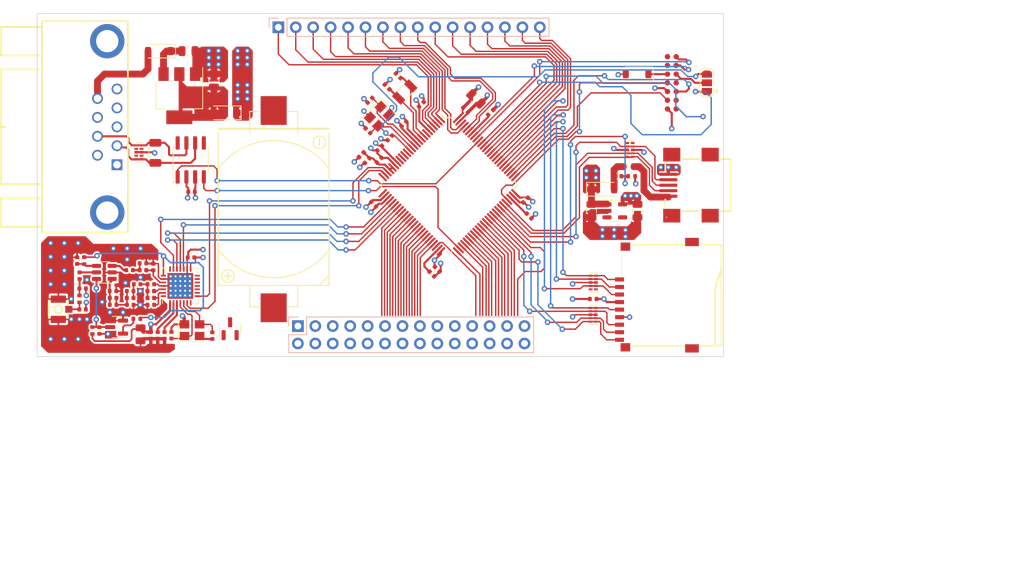
<source format=kicad_pcb>
(kicad_pcb (version 20221018) (generator pcbnew)
  (layers (0 "F.Cu" signal) (1 "In1.Cu" signal) (2 "In2.Cu" signal) (31 "B.Cu" signal) (34 "B.Paste" user) (35 "F.Paste" user) (36 "B.SilkS" user "B.Silkscreen") (37 "F.SilkS" user "F.Silkscreen") (38 "B.Mask" user) (39 "F.Mask" user) (44 "Edge.Cuts" user))
  (net 0 "")
  (net 1 "/RF69_ANTENNA")
  (net 2 "GND")
  (net 3 "+BATT")
  (net 4 "VDD")
  (net 5 "/VBAT")
  (net 6 "VDDA")
  (net 7 "/~{RESET}")
  (net 8 "/VCAP_2")
  (net 9 "/VCAP_1")
  (net 10 "Net-(D102-K)")
  (net 11 "/VIN")
  (net 12 "/RCC_OSC_IN")
  (net 13 "/RCC_OSC_OUT")
  (net 14 "Net-(J104-Pin_12)")
  (net 15 "/VR_PA")
  (net 16 "/PA_BOOST_PA")
  (net 17 "/PA_BOOST_PA_MATCH")
  (net 18 "/PA_BOOST_PA_FILTER")
  (net 19 "/J2")
  (net 20 "/VR_ANA")
  (net 21 "/VR_DIG")
  (net 22 "/XTA")
  (net 23 "/XTB")
  (net 24 "/RFIO_MATCH")
  (net 25 "/RF_IO")
  (net 26 "/J3")
  (net 27 "/J1")
  (net 28 "/RF69_ANT_MATCH")
  (net 29 "/V1")
  (net 30 "/V2")
  (net 31 "+12V")
  (net 32 "/USB.VBUS")
  (net 33 "/DEBUG_VCC")
  (net 34 "VBUS")
  (net 36 "/CAN.L")
  (net 39 "/CAN.H")
  (net 43 "/USB.DN")
  (net 44 "/USB.DP")
  (net 45 "/USB.ID")
  (net 46 "/SDIO.D2")
  (net 47 "/SDIO.D3")
  (net 48 "/SDIO.CMD")
  (net 49 "/SDIO.CLK")
  (net 50 "/SDIO.D0")
  (net 51 "/SDIO.D1")
  (net 52 "/SD.CD")
  (net 55 "/SYS_JTMS")
  (net 56 "/SYS_JTCK")
  (net 57 "/SYS_JTDO")
  (net 59 "/SYS_JTDI")
  (net 61 "/SYS_JTRST")
  (net 62 "/USART1_RX")
  (net 63 "/USART1_TX")
  (net 64 "/PA_BOOST")
  (net 65 "/RXTX_NOR")
  (net 66 "/BOOT0")
  (net 67 "/USB.VBUS_DET")
  (net 68 "+3.3V")
  (net 69 "/RXTX")
  (net 71 "/RCC_OSC32_IN")
  (net 72 "/RCC_OSC32_OUT")
  (net 79 "/~{SPI1_SS}")
  (net 80 "/SPI1_SCK")
  (net 81 "/SPI1_MISO")
  (net 82 "/SPI1_MOSI")
  (net 83 "unconnected-(U101-PC4-Pad33)")
  (net 84 "unconnected-(U101-PC5-Pad34)")
  (net 85 "unconnected-(U101-PB0-Pad35)")
  (net 86 "unconnected-(U101-PB1-Pad36)")
  (net 87 "unconnected-(U101-PB2-Pad37)")
  (net 88 "unconnected-(U101-PE7-Pad38)")
  (net 89 "unconnected-(U101-PE8-Pad39)")
  (net 90 "unconnected-(U101-PE9-Pad40)")
  (net 91 "unconnected-(U101-PE10-Pad41)")
  (net 92 "unconnected-(U101-PE11-Pad42)")
  (net 93 "unconnected-(U101-PE12-Pad43)")
  (net 94 "unconnected-(U101-PE13-Pad44)")
  (net 95 "unconnected-(U101-PE14-Pad45)")
  (net 96 "unconnected-(U101-PE15-Pad46)")
  (net 97 "unconnected-(U101-PB10-Pad47)")
  (net 98 "unconnected-(U101-PB11-Pad48)")
  (net 99 "unconnected-(U101-PB12-Pad51)")
  (net 100 "/CAN2.TX")
  (net 101 "unconnected-(U101-PB14-Pad53)")
  (net 102 "unconnected-(U101-PB15-Pad54)")
  (net 103 "unconnected-(U101-PD8-Pad55)")
  (net 104 "unconnected-(U101-PD9-Pad56)")
  (net 105 "unconnected-(U101-PD10-Pad57)")
  (net 106 "unconnected-(U101-PD11-Pad58)")
  (net 107 "unconnected-(U101-PD12-Pad59)")
  (net 108 "unconnected-(U101-PD13-Pad60)")
  (net 109 "unconnected-(U101-PD14-Pad61)")
  (net 110 "unconnected-(U101-PD15-Pad62)")
  (net 111 "unconnected-(U101-PC6-Pad63)")
  (net 112 "unconnected-(U101-PA8-Pad67)")
  (net 113 "/CAN2.RX")
  (net 145 "/RADIO_IRQ")
  (net 146 "+5V")
  (net 149 "/~{RADIO_RESET}")
  (net 150 "/PE6")
  (net 151 "/PE5")
  (net 152 "/PE4")
  (net 153 "/PE3")
  (net 154 "/PE2")
  (net 155 "/PE0")
  (net 156 "/PE1")
  (net 157 "/PB9")
  (net 158 "/PB8")
  (net 159 "/PD7")
  (net 160 "/PD6")
  (net 161 "/PD5")
  (net 162 "/PD4")
  (net 163 "/PD3")
  (net 164 "/PD1")
  (net 165 "/PD0")
  (footprint "Capacitor_SMD:C_0402_1005Metric" (layer "F.Cu") (at 72.597179 29.046248 135)
    (fp_text reference "C122" hide)
    (fp_text value "C_0402_33p_C0G" hide)
  )
  (footprint "Crystal:Crystal_SMD_3225-4Pin_3.2x2.5mm" (layer "F.Cu") (at 69.850523 34.958599 -135)
    (fp_text reference "Y101" hide)
    (fp_text value "25_Mhz" hide)
  )
  (footprint "Capacitor_SMD:C_0402_1005Metric" (layer "F.Cu") (at 34.550001 59.449999 180)
    (fp_text reference "C803" hide)
    (fp_text value "C_0402_22p_C0G" hide)
  )
  (footprint "Jumper:SolderJumper-3_P1.3mm_Open_RoundedPad1.0x1.5mm" (layer "F.Cu") (at 117.575 30.074999 90)
    (fp_text reference "JP101" hide)
    (fp_text value "SolderJumper_3_Open" hide)
  )
  (footprint "Capacitor_SMD:C_0402_1005Metric" (layer "F.Cu") (at 77.497326 57.961752 -45)
    (fp_text reference "C112" hide)
    (fp_text value "C_0402_2u2_X75R" hide)
  )
  (footprint "LCSC_Connector:MICRO-USB-SMD_MICRO-USB-13" (layer "F.Cu") (at 115 45 90)
    (fp_text reference "J102" hide)
    (fp_text value "USB_B_Micro" hide)
  )
  (footprint "Capacitor_SMD:C_0402_1005Metric" (layer "F.Cu") (at 91.156619 47.179414 -135)
    (fp_text reference "C101" hide)
    (fp_text value "C_0402_100nf_X7R" hide)
  )
  (footprint "Capacitor_SMD:C_0402_1005Metric" (layer "F.Cu") (at 69.010573 47.777942 135)
    (fp_text reference "C104" hide)
    (fp_text value "C_0402_100nf_X7R" hide)
  )
  (footprint "Capacitor_SMD:C_0402_1005Metric" (layer "F.Cu") (at 73.420371 36.065705 45)
    (fp_text reference "C105" hide)
    (fp_text value "C_0402_100nf_X7R" hide)
  )
  (footprint "Capacitor_SMD:C_0402_1005Metric" (layer "F.Cu") (at 31.030002 60.45 180)
    (fp_text reference "C807" hide)
    (fp_text value "C_0402_3p3_C0G" hide)
  )
  (footprint "Capacitor_SMD:C_0805_2012Metric" (layer "F.Cu") (at 35.050001 66.75 -90)
    (fp_text reference "C816" hide)
    (fp_text value "C_0805_10u_X5R" hide)
  )
  (footprint "Capacitor_SMD:C_0402_1005Metric" (layer "F.Cu") (at 26.600001 63.124997 180)
    (fp_text reference "C827" hide)
    (fp_text value "C_0402_DNP" hide)
  )
  (footprint "Capacitor_SMD:C_0805_2012Metric" (layer "F.Cu") (at 42.04 25.45)
    (fp_text reference "C113" hide)
    (fp_text value "C_0805_10u_X5R" hide)
  )
  (footprint "Package_SO:SOIC-8_3.9x4.9mm_P1.27mm" (layer "F.Cu") (at 42.365 41.325 90)
    (fp_text reference "U106" hide)
    (fp_text value "TLE9251VSJXUMA1" hide)
  )
  (footprint "Capacitor_SMD:C_0402_1005Metric" (layer "F.Cu") (at 42.400001 55.55 180)
    (fp_text reference "C813" hide)
    (fp_text value "C_0402_100nf_X7R" hide)
  )
  (footprint "Inductor_SMD:L_0402_1005Metric" (layer "F.Cu") (at 36.9 56.935001 -90)
    (fp_text reference "L805" hide)
    (fp_text value "L_0402_120n" hide)
  )
  (footprint "LCSC_Connector:TC2070-IDC-FP" (layer "F.Cu") (at 112.46 30.08 -90)
    (fp_text reference "J104" hide)
    (fp_text value "DEBUG" hide)
  )
  (footprint "Capacitor_SMD:C_0402_1005Metric" (layer "F.Cu") (at 33.450001 57.4 180)
    (fp_text reference "C823" hide)
    (fp_text value "C_0402_100p_C0G" hide)
  )
  (footprint "Capacitor_SMD:C_0805_2012Metric" (layer "F.Cu") (at 100.75 48.75 -90)
    (fp_text reference "C115" hide)
    (fp_text value "C_0805_10u_X5R" hide)
  )
  (footprint "Capacitor_SMD:C_0402_1005Metric" (layer "F.Cu") (at 68.18473 37.064593 135)
    (fp_text reference "C121" hide)
    (fp_text value "C_0402_33p_C0G" hide)
  )
  (footprint "Inductor_SMD:L_0402_1005Metric" (layer "F.Cu") (at 67.222096 40.566925 45)
    (fp_text reference "FB102" hide)
    (fp_text value "FerriteBead_Small" hide)
  )
  (footprint "Capacitor_SMD:C_0402_1005Metric" (layer "F.Cu") (at 70.969864 30.673564 135)
    (fp_text reference "C123" hide)
    (fp_text value "C_0402_33p_C0G" hide)
  )
  (footprint "Resistor_SMD:R_0402_1005Metric" (layer "F.Cu") (at 86.061933 34.387852 45)
    (fp_text reference "R101" hide)
    (fp_text value "R_0402_1k" hide)
  )
  (footprint "Capacitor_SMD:C_0402_1005Metric" (layer "F.Cu") (at 69.884837 39.601239 -135)
    (fp_text reference "C106" hide)
    (fp_text value "C_0402_100nf_X7R" hide)
  )
  (footprint "Crystal:Crystal_SMD_3215-2Pin_3.2x1.5mm" (layer "F.Cu") (at 73.53837 31.420172 45)
    (fp_text reference "Y102" hide)
    (fp_text value "Q13FC1350000400" hide)
  )
  (footprint "Capacitor_SMD:C_0402_1005Metric" (layer "F.Cu") (at 36.550001 59.45)
    (fp_text reference "C802" hide)
    (fp_text value "C_0402_8p2_C0G" hide)
  )
  (footprint "Resistor_SMD:R_0402_1005Metric" (layer "F.Cu") (at 26.150001 61.59 -90)
    (fp_text reference "R804" hide)
    (fp_text value "R_0402_0" hide)
  )
  (footprint "Capacitor_SMD:C_0402_1005Metric" (layer "F.Cu") (at 26.170002 58.205 -90)
    (fp_text reference "C825" hide)
    (fp_text value "C_0402_100p_C0G" hide)
  )
  (footprint "Inductor_SMD:L_0402_1005Metric" (layer "F.Cu") (at 33.535002 61.45 180)
    (fp_text reference "L803" hide)
    (fp_text value "L_0402_5n6" hide)
  )
  (footprint "Package_QFP:LQFP-100_14x14mm_P0.5mm" (layer "F.Cu") (at 80 45 -45)
    (fp_text reference "U101" hide)
    (fp_text value "STM32F407VGTx" hide)
  )
  (footprint "Package_SON:USON-10_2.5x1.0mm_P0.5mm" (layer "F.Cu") (at 100.985 63.9 180)
    (fp_text reference "U108" hide)
    (fp_text value "TPD4E02B04DQA" hide)
  )
  (footprint "Package_TO_SOT_SMD:SOT-23-5" (layer "F.Cu") (at 104.15 48.75)
    (fp_text reference "U102" hide)
    (fp_text value "SPX3819M5-L-3-3_TR" hide)
  )
  (footprint "Capacitor_SMD:C_0402_1005Metric" (layer "F.Cu") (at 26.610002 60.074999 180)
    (fp_text reference "C826" hide)
    (fp_text value "C_0402_DNP" hide)
  )
  (footprint "Package_SON:USON-10_2.5x1.0mm_P0.5mm" (layer "F.Cu") (at 106.366613 39.860058 180)
    (fp_text reference "U105" hide)
    (fp_text value "TPD4E02B04DQA" hide)
  )
  (footprint "Resistor_SMD:R_1206_3216Metric" (layer "F.Cu") (at 37.2 40.285 90)
    (fp_text reference "R102" hide)
    (fp_text value "R_1206_120" hide)
  )
  (footprint "Package_TO_SOT_SMD:SOT-23" (layer "F.Cu") (at 31.562501 65.700001 180)
    (fp_text reference "Q801" hide)
    (fp_text value "BC817" hide)
  )
  (footprint "Capacitor_SMD:C_0402_1005Metric" (layer "F.Cu") (at 38.550001 66.91 -90)
    (fp_text reference "C810" hide)
    (fp_text value "C_0402_100nf_X7R" hide)
  )
  (footprint "Capacitor_SMD:C_0805_2012Metric" (layer "F.Cu") (at 45.74 29.740002 90)
    (fp_text reference "C114" hide)
    (fp_text value "C_0805_10u_X5R" hide)
  )
  (footprint "Capacitor_SMD:C_0402_1005Metric" (layer "F.Cu") (at 78.289286 57.256655 -45)
    (fp_text reference "C103" hide)
    (fp_text value "C_0402_100nf_X7R" hide)
  )
  (footprint "Capacitor_SMD:C_0402_1005Metric" (layer "F.Cu") (at 37.550001 66.91 -90)
    (fp_text reference "C809" hide)
    (fp_text value "C_0402_100nf_X7R" hide)
  )
  (footprint "Diode_SMD:D_SOD-123" (layer "F.Cu") (at 102.4 45.599999)
    (fp_text reference "D103" hide)
    (fp_text value "1N5817W" hide)
  )
  (footprint "LCSC_Connector:BAT-TH_CR2032-BS-6-1" (layer "F.Cu") (at 54.45 48.5 -90)
    (fp_text reference "BT101" hide)
    (fp_text value "Battery_Cell" hide)
  )
  (footprint "Inductor_SMD:L_0402_1005Metric" (layer "F.Cu") (at 35.400001 57.4)
    (fp_text reference "C815" hide)
    (fp_text value "L_0402_5n6" hide)
  )
  (footprint "Capacitor_SMD:C_0402_1005Metric" (layer "F.Cu") (at 45.5 66.95 -90)
    (fp_text reference "C812" hide)
    (fp_text value "C_0402_33p_C0G" hide)
  )
  (footprint "Inductor_SMD:L_0402_1005Metric" (layer "F.Cu") (at 31.050001 61.45 180)
    (fp_text reference "L804" hide)
    (fp_text value "L_0402_5n6" hide)
  )
  (footprint "Capacitor_SMD:C_0402_1005Metric" (layer "F.Cu") (at 82.414769 34.029238 -45)
    (fp_text reference "C102" hide)
    (fp_text value "C_0402_100nf_X7R" hide)
  )
  (footprint "Package_TO_SOT_SMD:SOT-23-6" (layer "F.Cu") (at 29.775002 57.725 180)
    (fp_text reference "U802" hide)
    (fp_text value "AS193-73LF" hide)
  )
  (footprint "LCSC_Antenna:IPEX-SMD_BWIPX-1-001E" (layer "F.Cu") (at 23.138761 63.1 180)
    (fp_text reference "ANT801" hide)
    (fp_text value "BWIPX-1-001E" hide)
  )
  (footprint "Diode_SMD:D_SOD-123" (layer "F.Cu") (at 37.79 25.45 180)
    (fp_text reference "D102" hide)
    (fp_text value "1N5817W" hide)
  )
  (footprint "Resistor_SMD:R_0402_1005Metric" (layer "F.Cu") (at 106.6 43.699999)
    (fp_text reference "R103" hide)
    (fp_text value "R_0402_10k" hide)
  )
  (footprint "Capacitor_SMD:C_0402_1005Metric" (layer "F.Cu") (at 25.810001 56.005 -90)
    (fp_text reference "C829" hide)
    (fp_text value "C_0402_1nf_X7R" hide)
  )
  (footprint "Capacitor_SMD:C_0402_1005Metric" (layer "F.Cu") (at 33.550001 62.45 180)
    (fp_text reference "C805" hide)
    (fp_text value "C_0402_6p8_C0G" hide)
  )
  (footprint "Capacitor_SMD:C_0402_1005Metric" (layer "F.Cu") (at 68.070624 41.415453 -135)
    (fp_text reference "C118" hide)
    (fp_text value "C_0402_100nf_X7R" hide)
  )
  (footprint "Inductor_SMD:L_0603_1608Metric" (layer "F.Cu") (at 106.17 42.299999)
    (fp_text reference "FB101" hide)
    (fp_text value "400mΩ ±25% 600Ω@100MHz" hide)
  )
  (footprint "Package_SON:USON-10_2.5x1.0mm_P0.5mm" (layer "F.Cu") (at 101.015 59.2 180)
    (fp_text reference "U107" hide)
    (fp_text value "TPD4E02B04DQA" hide)
  )
  (footprint "Package_TO_SOT_SMD:SOT-223-3_TabPin2" (layer "F.Cu") (at 40.7 31.95 -90)
    (fp_text reference "U103" hide)
    (fp_text value "AZ1117-5.0" hide)
  )
  (footprint "Capacitor_SMD:C_0805_2012Metric" (layer "F.Cu") (at 107.45 48.75 -90)
    (fp_text reference "C116" hide)
    (fp_text value "C_0805_10u_X5R" hide)
  )
  (footprint "Capacitor_SMD:C_0402_1005Metric" (layer "F.Cu") (at 69.826259 41.356874 45)
    (fp_text reference "C108" hide)
    (fp_text value "C_0402_100nf_X7R" hide)
  )
  (footprint "Capacitor_SMD:C_0402_1005Metric" (layer "F.Cu") (at 36.550001 62.450001 180)
    (fp_text reference "C801" hide)
    (fp_text value "C_0402_10n_C0G" hide)
  )
  (footprint "Diode_SMD:D_SOD-123" (layer "F.Cu") (at 47.34 34.45 180)
    (fp_text reference "D104" hide)
    (fp_text value "1N5817W" hide)
  )
  (footprint "Capacitor_SMD:C_0402_1005Metric" (layer "F.Cu") (at 35.4 56.4)
    (fp_text reference "C814" hide)
    (fp_text value "C_0402_5p6_C0G" hide)
  )
  (footprint "Resistor_SMD:R_0402_1005Metric" (layer "F.Cu") (at 34.510001 64.489999 180)
    (fp_text reference "R805" hide)
    (fp_text value "R_0402_10k" hide)
  )
  (footprint "Capacitor_SMD:C_0402_1005Metric" (layer "F.Cu") (at 39.55 66.890001 90)
    (fp_text reference "C811" hide)
    (fp_text value "C_0402_33p_C0G" hide)
  )
  (footprint "Capacitor_SMD:C_0805_2012Metric" (layer "F.Cu") (at 83.920907 32.424106 -45)
    (fp_text reference "C109" hide)
    (fp_text value "C_0805_4u7_X5R" hide)
  )
  (footprint "Diode_SMD:D_SOD-123" (layer "F.Cu") (at 107.4 28.8 180)
    (fp_text reference "D105" hide)
    (fp_text value "1N5817W" hide)
  )
  (footprint "Crystal:Crystal_SMD_3225-4Pin_3.2x2.5mm" (layer "F.Cu") (at 42.550001 66.15)
    (fp_text reference "Y801" hide)
    (fp_text value "32_Mhz" hide)
  )
  (footprint "Capacitor_SMD:C_0402_1005Metric" (layer "F.Cu") (at 101 61.6 180)
    (fp_text reference "C119" hide)
    (fp_text value "C_0402_100nf_X7R" hide)
  )
  (footprint "Inductor_SMD:L_0402_1005Metric" (layer "F.Cu") (at 36.534999 60.45 180)
    (fp_text reference "L801" hide)
    (fp_text value "L_0402_2n7" hide)
  )
  (footprint "Resistor_SMD:R_0402_1005Metric" (layer "F.Cu") (at 28.037502 66.2 90)
    (fp_text reference "R802" hide)
    (fp_text value "R_0402_100k" hide)
  )
  (footprint "Package_SON:USON-10_2.5x1.0mm_P0.5mm" (layer "F.Cu") (at 34.815 40.2 180)
    (fp_text reference "U104" hide)
    (fp_text value "TPD4E02B04DQA" hide)
  )
  (footprint "Resistor_SMD:R_0402_1005Metric" (layer "F.Cu") (at 104.6 43.699999)
    (fp_text reference "R104" hide)
    (fp_text value "4.7k" hide)
  )
  (footprint "Capacitor_SMD:C_0402_1005Metric" (layer "F.Cu") (at 68.471593 32.62227 -135)
    (fp_text reference "C120" hide)
    (fp_text value "C_0402_33p_C0G" hide)
  )
  (footprint "LCSC_Connector:TF-SMD_TF-01A" (layer "F.Cu") (at 110.122022 61.049987 90)
    (fp_text reference "J103" hide)
    (fp_text value "TF-01A" hide)
  )
  (footprint "Capacitor_SMD:C_0402_1005Metric" (layer "F.Cu") (at 36.550001 66.909999 -90)
    (fp_text reference "C808" hide)
    (fp_text value "C_0402_100nf_X7R" hide)
  )
  (footprint "Package_TO_SOT_SMD:SOT-23" (layer "F.Cu") (at 48.1 65.9375 90)
    (fp_text reference "D101" hide)
    (fp_text value "BAT54C" hide)
  )
  (footprint "Resistor_SMD:R_0402_1005Metric" (layer "F.Cu") (at 26.845 56.010001 -90)
    (fp_text reference "R803" hide)
    (fp_text value "R_0402_100k" hide)
  )
  (footprint "Capacitor_SMD:C_0402_1005Metric" (layer "F.Cu") (at 75.965956 33.217177 45)
    (fp_text reference "C107" hide)
    (fp_text value "C_0402_100nf_X7R" hide)
  )
  (footprint "LCSC_Connector:DSUB-TH_DMR-9S" (layer "F.Cu") (at 30.199873 36.5 180)
    (fp_text reference "J101" hide)
    (fp_text value "DE9_Receptacle_MountingHoles" hide)
  )
  (footprint "Capacitor_SMD:C_0402_1005Metric" (layer "F.Cu") (at 31.050001 62.45 180)
    (fp_text reference "C806" hide)
    (fp_text value "C_0402_DNP" hide)
  )
  (footprint "Capacitor_SMD:C_0402_1005Metric" (layer "F.Cu") (at 29.050001 66.2 90)
    (fp_text reference "C828" hide)
    (fp_text value "C_0402_1nf_X7R" hide)
  )
  (footprint "Capacitor_SMD:C_0402_1005Metric" (layer "F.Cu") (at 71.381893 38.104183 -135)
    (fp_text reference "C110" hide)
    (fp_text value "C_0402_100nf_X7R" hide)
  )
  (footprint "Capacitor_SMD:C_0402_1005Metric" (layer "F.Cu") (at 42.48 45.9625 180)
    (fp_text reference "C117" hide)
    (fp_text value "C_0402_100nf_X7R" hide)
  )
  (footprint "Capacitor_SMD:C_0402_1005Metric" (layer "F.Cu") (at 91.663726 49.500734 -45)
    (fp_text reference "C111" hide)
    (fp_text value "C_0402_2u2_X75R" hide)
  )
  (footprint "Package_DFN_QFN:QFN-28-1EP_5x5mm_P0.5mm_EP3.75x3.75mm_ThermalVias" (layer "F.Cu") (at 40.844074 59.693401 90)
    (fp_text reference "U801" hide)
    (fp_text value "RF69" hide)
  )
  (footprint "Capacitor_SMD:C_0402_1005Metric" (layer "F.Cu") (at 33.530002 60.45 180)
    (fp_text reference "C804" hide)
    (fp_text value "C_0402_DNP" hide)
  )
  (footprint "Inductor_SMD:L_0402_1005Metric" (layer "F.Cu") (at 36.550001 61.449999 180)
    (fp_text reference "L802" hide)
    (fp_text value "L_0402_22n" hide)
  )
  (footprint "Connector_PinHeader_2.54mm:PinHeader_2x14_P2.54mm_Vertical" (layer "B.Cu") (at 57.975 65.55 -90)
    (fp_text reference "REF**" hide)
    (fp_text value "PinHeader_2x14_P2.54mm_Vertical" hide)
  )
  (footprint "Connector_PinHeader_2.54mm:PinHeader_1x16_P2.54mm_Vertical" (layer "B.Cu") (at 55.125 21.975 -90)
    (fp_text reference "J105" hide)
    (fp_text value "Conn_01x16_Socket" hide)
  )
  (gr_rect (start 20 20) (end 120 70) (stroke (width 0.1)) (fill none) (layer "Edge.Cuts"))
  (segment (start 26.150001 62.099999) (end 26.150001 63.094999) (width 0.23) (layer "F.Cu") (net 1))
  (segment (start 24.600001 63.100001) (end 26.095002 63.1) (width 0.23) (layer "F.Cu") (net 1))
  (segment (start 82.75418 34.467645) (end 82.75418 34.368649) (width 0.3) (layer "F.Cu") (net 2))
  (segment (start 78.628697 57.596066) (end 78.777006 57.447757) (width 0.3) (layer "F.Cu") (net 2))
  (segment (start 27.080001 63.124998) (end 27.080001 62.17) (width 0.23) (layer "F.Cu") (net 2))
  (segment (start 36.9 56.45) (end 35.930001 56.45) (width 0.23) (layer "F.Cu") (net 2))
  (segment (start 85.571217 32.117298) (end 85.571217 31.875441) (width 0.5) (layer "F.Cu") (net 2))
  (segment (start 110.609957 43.409957) (end 110.45 43.25) (width 0.3) (layer "F.Cu") (net 2))
  (segment (start 32.500001 64.75) (end 32.500002 63.55) (width 0.23) (layer "F.Cu") (net 2))
  (segment (start 38.381574 58.6934) (end 37.981422 58.693399) (width 0.2) (layer "F.Cu") (net 2))
  (segment (start 42.35 54.4) (end 44.15 54.4) (width 0.3) (layer "F.Cu") (net 2))
  (segment (start 101.4 59.2) (end 98.2 59.2) (width 0.2) (layer "F.Cu") (net 2))
  (segment (start 30.280001 66.679999) (end 30.300002 66.7) (width 0.25) (layer "F.Cu") (net 2))
  (segment (start 111.951613 43.409957) (end 111.951613 42.401613) (width 0.3) (layer "F.Cu") (net 2))
  (segment (start 84.026972 33.095857) (end 82.75418 34.368649) (width 0.5) (layer "F.Cu") (net 2))
  (segment (start 100.52 61.6) (end 98 61.6) (width 0.3) (layer "F.Cu") (net 2))
  (segment (start 35.550001 67.4) (end 38.540001 67.4) (width 0.5) (layer "F.Cu") (net 2))
  (segment (start 108.060058 39.860058) (end 108.4 40.2) (width 0.3) (layer "F.Cu") (net 2))
  (segment (start 41.400001 64.304223) (end 41.156523 64.060745) (width 0.5) (layer "F.Cu") (net 2))
  (segment (start 72.098082 42.047829) (end 71.067716 41.017463) (width 0.3) (layer "F.Cu") (net 2))
  (segment (start 76.305367 32.305367) (end 76 32) (width 0.3) (layer "F.Cu") (net 2))
  (segment (start 37.550001 59.45) (end 37.030001 59.45) (width 0.2) (layer "F.Cu") (net 2))
  (segment (start 86.422557 34.027228) (end 87.139086 33.310699) (width 0.5) (layer "F.Cu") (net 2))
  (segment (start 34.030001 62.450001) (end 35.000001 62.45) (width 0.23) (layer "F.Cu") (net 2))
  (segment (start 70.16567 40.96567) (end 69.545426 40.345426) (width 0.3) (layer "F.Cu") (net 2))
  (segment (start 113.440043 43.409957) (end 113.5 43.35) (width 0.3) (layer "F.Cu") (net 2))
  (segment (start 41.400001 65.299999) (end 41.400001 64.304223) (width 0.5) (layer "F.Cu") (net 2))
  (segment (start 38.381574 59.693401) (end 37.793402 59.693401) (width 0.2) (layer "F.Cu") (net 2))
  (segment (start 106.751613 39.860058) (end 108.060058 39.860058) (width 0.3) (layer "F.Cu") (net 2))
  (segment (start 100.75 49.7) (end 100.75 48.875001) (width 0.75) (layer "F.Cu") (net 2))
  (segment (start 77.836737 58.301163) (end 77.9236 58.301163) (width 0.3) (layer "F.Cu") (net 2))
  (segment (start 68.132182 32.961681) (end 68.132182 32.932182) (width 0.3) (layer "F.Cu") (net 2))
  (segment (start 92.003137 49.796863) (end 92.6 49.2) (width 0.3) (layer "F.Cu") (net 2))
  (segment (start 89.316132 46.537957) (end 90.297 47.518825) (width 0.3) (layer "F.Cu") (net 2))
  (segment (start 71.6505 34.360703) (end 71.6505 33.6995) (width 0.3) (layer "F.Cu") (net 2))
  (segment (start 29.050001 66.68) (end 30.280001 66.679999) (width 0.25) (layer "F.Cu") (net 2))
  (segment (start 34.43 40.2) (end 37 40.2) (width 0.3) (layer "F.Cu") (net 2))
  (segment (start 105.981613 39.860058) (end 104.209264 39.860058) (width 0.3) (layer "F.Cu") (net 2))
  (segment (start 111.825 31.35) (end 111.325 30.85) (width 0.3) (layer "F.Cu") (net 2))
  (segment (start 76.305367 32.877766) (end 76.305367 32.305367) (width 0.3) (layer "F.Cu") (net 2))
  (segment (start 71.067716 41.017463) (end 70.16567 41.017463) (width 0.3) (layer "F.Cu") (net 2))
  (segment (start 72.792928 28.171677) (end 72.792928 28.157072) (width 0.3) (layer "F.Cu") (net 2))
  (segment (start 111.951613 43.409957) (end 113.440043 43.409957) (width 0.3) (layer "F.Cu") (net 2))
  (segment (start 68.671162 47.438531) (end 68.661469 47.438531) (width 0.3) (layer "F.Cu") (net 2))
  (segment (start 36.550001 67.39) (end 36.550001 68.500001) (width 0.5) (layer "F.Cu") (net 2))
  (segment (start 41.844074 57.230901) (end 41.844074 55.625927) (width 0.2) (layer "F.Cu") (net 2))
  (segment (start 42 45.9625) (end 42 45.45) (width 0.3) (layer "F.Cu") (net 2))
  (segment (start 40.000001 65.299999) (end 41.450001 65.3) (width 0.3) (layer "F.Cu") (net 2))
  (segment (start 41.75 43.82) (end 41.73 43.8) (width 0.3) (layer "F.Cu") (net 2))
  (segment (start 112.45 34.75) (end 112.45 36.75) (width 0.3) (layer "F.Cu") (net 2))
  (segment (start 72.257768 28.706837) (end 72.792928 28.171677) (width 0.3) (layer "F.Cu") (net 2))
  (segment (start 37.550001 67.390001) (end 37.550001 68.5) (width 0.5) (layer "F.Cu") (net 2))
  (segment (start 43 25.46) (end 42.99 25.45) (width 1) (layer "F.Cu") (net 2))
  (segment (start 42 45.9625) (end 42 46.75) (width 0.3) (layer "F.Cu") (net 2))
  (segment (start 68.934604 47.175089) (end 68.671162 47.438531) (width 0.3) (layer "F.Cu") (net 2))
  (segment (start 41.75 45.2) (end 41.75 43.82) (width 0.3) (layer "F.Cu") (net 2))
  (segment (start 23.074981 64.574981) (end 24.92502 64.574981) (width 0.23) (layer "F.Cu") (net 2))
  (segment (start 24.924982 61.625019) (end 24.950001 61.6) (width 0.23) (layer "F.Cu") (net 2))
  (segment (start 73.96066 35.927172) (end 73.759782 35.726294) (width 0.3) (layer "F.Cu") (net 2))
  (segment (start 70.630453 30.334153) (end 70.665847 30.334153) (width 0.3) (layer "F.Cu") (net 2))
  (segment (start 98.2 59.2) (end 98 59.4) (width 0.2) (layer "F.Cu") (net 2))
  (segment (start 104.846 64.249352) (end 104.849352 64.249352) (width 0.2) (layer "F.Cu") (net 2))
  (segment (start 68.471665 35.135376) (end 68.471665 35.071665) (width 0.3) (layer "F.Cu") (net 2))
  (segment (start 42.99 25.45) (end 43.8 26.26) (width 1) (layer "F.Cu") (net 2))
  (segment (start 39.550001 66.409999) (end 39.549999 65.750001) (width 0.3) (layer "F.Cu") (net 2))
  (segment (start 35.050001 67.9) (end 35.550001 67.4) (width 0.5) (layer "F.Cu") (net 2))
  (segment (start 101.566726 48.875) (end 101.616726 48.825) (width 0.75) (layer "F.Cu") (net 2))
  (segment (start 110.45 43.25) (end 110.45 42.95) (width 0.3) (layer "F.Cu") (net 2))
  (segment (start 42.000001 55.47) (end 42.000001 54.749999) (width 0.3) (layer "F.Cu") (net 2))
  (segment (start 107.11 44.71) (end 107.2 44.8) (width 0.3) (layer "F.Cu") (net 2))
  (segment (start 101.37 63.9) (end 98.3 63.9) (width 0.2) (layer "F.Cu") (net 2))
  (segment (start 37.793402 59.693401) (end 37.550001 59.45) (width 0.2) (layer "F.Cu") (net 2))
  (segment (start 42 45.45) (end 41.75 45.2) (width 0.3) (layer "F.Cu") (net 2))
  (segment (start 71.042482 38.443594) (end 70.295068 38.443594) (width 0.3) (layer "F.Cu") (net 2))
  (segment (start 90.918825 47.518825) (end 91.6 48.2) (width 0.3) (layer "F.Cu") (net 2))
  (segment (start 67.845319 36.725182) (end 67.845319 36.645319) (width 0.3) (layer "F.Cu") (net 2))
  (segment (start 92.003137 49.840145) (end 92.003137 49.796863) (width 0.3) (layer "F.Cu") (net 2))
  (segment (start 111.951613 43.409957) (end 110.609957 43.409957) (width 0.3) (layer "F.Cu") (net 2))
  (segment (start 111.951613 42.401613) (end 111.95 42.4) (width 0.3) (layer "F.Cu") (net 2))
  (segment (start 101.616726 48.825) (end 103.0125 48.825) (width 0.75) (layer "F.Cu") (net 2))
  (segment (start 112.45 34.515) (end 112.45 34.75) (width 0.3) (layer "F.Cu") (net 2))
  (segment (start 71.229381 34.781822) (end 71.6505 34.360703) (width 0.3) (layer "F.Cu") (net 2))
  (segment (start 104.849352 64.249352) (end 105 64.4) (width 0.2) (layer "F.Cu") (net 2))
  (segment (start 38.381574 59.693401) (end 39.444074 59.693401) (width 0.2) (layer "F.Cu") (net 2))
  (segment (start 37 40.2) (end 37.1 40.3) (width 0.3) (layer "F.Cu") (net 2))
  (segment (start 41.844074 57.230901) (end 41.844076 58.693401) (width 0.2) (layer "F.Cu") (net 2))
  (segment (start 111.325 30.85) (end 110 30.85) (width 0.3) (layer "F.Cu") (net 2))
  (segment (start 84.592658 33.095857) (end 85.571217 32.117298) (width 0.5) (layer "F.Cu") (net 2))
  (segment (start 27.090001 60.074999) (end 27.090003 61.04) (width 0.23) (layer "F.Cu") (net 2))
  (segment (start 67.731213 41.754864) (end 67.645136 41.754864) (width 0.3) (layer "F.Cu") (net 2))
  (segment (start 90.817208 47.518825) (end 90.918825 47.518825) (width 0.3) (layer "F.Cu") (net 2))
  (segment (start 24.92502 64.574981) (end 24.950001 64.55) (width 0.23) (layer "F.Cu") (net 2))
  (segment (start 27.080001 62.17) (end 27.150001 62.1) (width 0.23) (layer "F.Cu") (net 2))
  (segment (start 37.981422 58.693399) (end 37.650001 58.361978) (width 0.2) (layer "F.Cu") (net 2))
  (segment (start 67.645136 41.754864) (end 67 42.4) (width 0.3) (layer "F.Cu") (net 2))
  (segment (start 77.9236 58.301163) (end 78.628697 57.596066) (width 0.3) (layer "F.Cu") (net 2))
  (segment (start 68.94065 39.94065) (end 68.6 39.6) (width 0.3) (layer "F.Cu") (net 2))
  (segment (start 69.545426 40.345426) (end 69.545426 39.94065) (width 0.3) (layer "F.Cu") (net 2))
  (segment (start 38.550001 67.390001) (end 38.550002 68.55) (width 0.5) (layer "F.Cu") (net 2))
  (segment (start 70.16567 41.017463) (end 70.16567 40.96567) (width 0.3) (layer "F.Cu") (net 2))
  (segment (start 67.845319 36.645319) (end 67.2 36) (width 0.3) (layer "F.Cu") (net 2))
  (segment (start 38.381574 58.6934) (end 39.144075 58.693401) (width 0.2) (layer "F.Cu") (net 2))
  (segment (start 70.295068 38.443594) (end 70.066184 38.21471) (width 0.3) (layer "F.Cu") (net 2))
  (segment (start 75.633616 38.512295) (end 73.96066 36.83934) (width 0.3) (layer "F.Cu") (net 2))
  (segment (start 73.759782 35.559782) (end 73.2 35) (width 0.3) (layer "F.Cu") (net 2))
  (segment (start 42.000001 54.749999) (end 42.35 54.4) (width 0.3) (layer "F.Cu") (net 2))
  (segment (start 70.046736 47.175089) (end 68.934604 47.175089) (width 0.3) (layer "F.Cu") (net 2))
  (segment (start 45.500001 67.43) (end 44.080001 67.43) (width 0.3) (layer "F.Cu") (net 2))
  (segment (start 84.592658 33.095857) (end 84.026972 33.095857) (width 0.5) (layer "F.Cu") (net 2))
  (segment (start 70.665847 30.334153) (end 71.4 29.6) (width 0.3) (layer "F.Cu") (net 2))
  (segment (start 37.650001 56.449999) (end 37.050001 56.449999) (width 0.2) (layer "F.Cu") (net 2))
  (segment (start 42 46.75) (end 41.9 46.85) (width 0.3) (layer "F.Cu") (net 2))
  (segment (start 68.132182 32.932182) (end 67.6 32.4) (width 0.3) (layer "F.Cu") (net 2))
  (segment (start 106.299352 64.249352) (end 106.3 64.25) (width 0.2) (layer "F.Cu") (net 2))
  (segment (start 36.070001 62.45) (end 35.000001 62.45) (width 0.23) (layer "F.Cu") (net 2))
  (segment (start 100.75 48.875001) (end 101.566726 48.875) (width 0.75) (layer "F.Cu") (net 2))
  (segment (start 70.683868 46.537957) (end 70.046736 47.175089) (width 0.3) (layer "F.Cu") (net 2))
  (segment (start 90.297 47.518825) (end 90.817208 47.518825) (width 0.3) (layer "F.Cu") (net 2))
  (segment (start 43.8 26.26) (end 43.8 28) (width 1) (layer "F.Cu") (net 2))
  (segment (start 37.650001 58.361978) (end 37.650001 56.449999) (width 0.2) (layer "F.Cu") (net 2))
  (segment (start 111.825 33.89) (end 112.45 34.515) (width 0.3) (layer "F.Cu") (net 2))
  (segment (start 81.537957 35.683868) (end 82.75418 34.467645) (width 0.3) (layer "F.Cu") (net 2))
  (segment (start 78.777006 57.447757) (end 78.777006 56.400446) (width 0.3) (layer "F.Cu") (net 2))
  (segment (start 23.074981 61.62502) (end 24.924982 61.625019) (width 0.23) (layer "F.Cu") (net 2))
  (segment (start 107.11 43.699999) (end 107.11 44.71) (width 0.3) (layer "F.Cu") (net 2))
  (segment (start 43.8 28) (end 43.8 28.2) (width 1) (layer "F.Cu") (net 2))
  (segment (start 68.661469 47.438531) (end 67.9 48.2) (width 0.3) (layer "F.Cu") (net 2))
  (segment (start 87.139086 33.310699) (end 87.139086 33.250864) (width 0.5) (layer "F.Cu") (net 2))
  (segment (start 104.846 64.249352) (end 106.299352 64.249352) (width 0.2) (layer "F.Cu") (net 2))
  (segment (start 98.3 63.9) (end 98 64.2) (width 0.2) (layer "F.Cu") (net 2))
  (segment (start 27.090003 61.04) (end 27.150001 61.099999) (width 0.23) (layer "F.Cu") (net 2))
  (segment (start 69.545426 39.94065) (end 68.94065 39.94065) (width 0.3) (layer "F.Cu") (net 2))
  (segment (start 73.96066 36.83934) (end 73.96066 35.927172) (width 0.3) (layer "F.Cu") (net 2))
  (segment (start 39.549999 65.750001) (end 40.000001 65.299999) (width 0.3) (layer "F.Cu") (net 2))
  (segment (start 73.759782 35.726294) (end 73.759782 35.559782) (width 0.3) (layer "F.Cu") (net 2))
  (segment (start 68.471665 35.071665) (end 67.6 34.2) (width 0.3) (layer "F.Cu") (net 2))
  (segment (start 104.209264 39.860058) (end 104.009764 39.660558) (width 0.3) (layer "F.Cu") (net 2))
  (via (at 110 30.85) (size 0.8) (drill 0.4) (layers "F.Cu" "B.Cu") (net 2))
  (via (at 32.500002 63.55) (size 0.8) (drill 0.4) (layers "F.Cu" "B.Cu") (net 2))
  (via (at 67.6 32.4) (size 0.8) (drill 0.4) (layers "F.Cu" "B.Cu") (net 2))
  (via (at 76 32) (size 0.8) (drill 0.4) (layers "F.Cu" "B.Cu") (net 2))
  (via (at 31.100001 54.235501) (size 0.8) (drill 0.4) (layers "F.Cu" "B.Cu") (net 2))
  (via (at 37.1 40.3) (size 0.8) (drill 0.4) (layers "F.Cu" "B.Cu") (net 2))
  (via (at 21.950001 59.45) (size 0.8) (drill 0.4) (layers "F.Cu" "B.Cu") (net 2))
  (via (at 113.1 42.4) (size 0.8) (drill 0.4) (layers "F.Cu" "B.Cu") (net 2))
  (via (at 102.35 51.5) (size 0.8) (drill 0.4) (layers "F.Cu" "B.Cu") (net 2))
  (via (at 45 26.4) (size 0.8) (drill 0.4) (layers "F.Cu" "B.Cu") (net 2))
  (via (at 27.150001 62.1) (size 0.8) (drill 0.4) (layers "F.Cu" "B.Cu") (net 2))
  (via (at 41.156523 64.060745) (size 0.8) (drill 0.4) (layers "F.Cu" "B.Cu") (net 2))
  (via (at 25.950002 53.45) (size 0.8) (drill 0.4) (layers "F.Cu" "B.Cu") (net 2))
  (via (at 91.6 48.2) (size 0.8) (drill 0.4) (layers "F.Cu" "B.Cu") (net 2))
  (via (at 23.950001 53.45) (size 0.8) (drill 0.4) (layers "F.Cu" "B.Cu") (net 2))
  (via (at 107.2 44.8) (size 0.8) (drill 0.4) (layers "F.Cu" "B.Cu") (net 2))
  (via (at 98 61.6) (size 0.8) (drill 0.4) (layers "F.Cu" "B.Cu") (net 2))
  (via (at 71.6505 33.6995) (size 0.8) (drill 0.4) (layers "F.Cu" "B.Cu") (net 2))
  (via (at 78.777006 56.400446) (size 0.8) (drill 0.4) (layers "F.Cu" "B.Cu") (net 2))
  (via (at 44.15 54.4) (size 0.8) (drill 0.4) (layers "F.Cu" "B.Cu") (net 2))
  (via (at 21.950001 53.450001) (size 0.8) (drill 0.4) (layers "F.Cu" "B.Cu") (net 2))
  (via (at 45 25.4) (size 0.8) (drill 0.4) (layers "F.Cu" "B.Cu") (net 2))
  (via (at 21.950001 55.45) (size 0.8) (drill 0.4) (layers "F.Cu" "B.Cu") (net 2))
  (via (at 46.4 26.4) (size 0.8) (drill 0.4) (layers "F.Cu" "B.Cu") (net 2))
  (via (at 41.9 46.85) (size 0.8) (drill 0.4) (layers "F.Cu" "B.Cu") (net 2))
  (via (at 67 42.4) (size 0.8) (drill 0.4) (layers "F.Cu" "B.Cu") (net 2))
  (via (at 70.066184 38.21471) (size 0.8) (drill 0.4) (layers "F.Cu" "B.Cu") (net 2))
  (via (at 35.050001 54.235499) (size 0.8) (drill 0.4) (layers "F.Cu" "B.Cu") (net 2))
  (via (at 104.009764 39.660558) (size 0.8) (drill 0.4) (layers "F.Cu" "B.Cu") (net 2))
  (via (at 71.4 29.6) (size 0.8) (drill 0.4) (layers "F.Cu" "B.Cu") (net 2))
  (via (at 87.139086 33.250864) (size 0.8) (drill 0.4) (layers "F.Cu" "B.Cu") (net 2))
  (via (at 35.000001 60.450001) (size 0.8) (drill 0.4) (layers "F.Cu" "B.Cu") (net 2))
  (via (at 92.6 49.2) (size 0.8) (drill 0.4) (layers "F.Cu" "B.Cu") (net 2))
  (via (at 105.7 52.5) (size 0.8) (drill 0.4) (layers "F.Cu" "B.Cu") (net 2))
  (via (at 30.6 63.55) (size 0.8) (drill 0.4) (layers "F.Cu" "B.Cu") (net 2))
  (via (at 110.85 42.4) (size 0.8) (drill 0.4) (layers "F.Cu" "B.Cu") (net 2))
  (via (at 27.150001 61.099999) (size 0.8) (drill 0.4) (layers "F.Cu" "B.Cu") (net 2))
  (via (at 104.05 51.5) (size 0.8) (drill 0.4) (layers "F.Cu" "B.Cu") (net 2))
  (via (at 105.7 51.55) (size 0.8) (drill 0.4) (layers "F.Cu" "B.Cu") (net 2))
  (via (at 21.950001 67.449998) (size 0.8) (drill 0.4) (layers "F.Cu" "B.Cu") (net 2))
  (via (at 27.25 64.55) (size 0.8) (drill 0.4) (layers "F.Cu" "B.Cu") (net 2))
  (via (at 67.9 48.2) (size 0.8) (drill 0.4) (layers "F.Cu" "B.Cu") (net 2))
  (via (at 23.950001 67.450001) (size 0.8) (drill 0.4) (layers "F.Cu" "B.Cu") (net 2))
  (via (at 112.45 36.75) (size 0.8) (drill 0.4) (layers "F.Cu" "B.Cu") (net 2))
  (via (at 29.45 62.05) (size 0.8) (drill 0.4) (layers "F.Cu" "B.Cu") (net 2))
  (via (at 21.950001 57.45) (size 0.8) (drill 0.4) (layers "F.Cu" "B.Cu") (net 2))
  (via (at 45 27.4) (size 0.8) (drill 0.4) (layers "F.Cu" "B.Cu") (net 2))
  (via (at 98 59.4) (size 0.8) (drill 0.4) (layers "F.Cu" "B.Cu") (net 2))
  (via (at 104.05 52.45) (size 0.8) (drill 0.4) (layers "F.Cu" "B.Cu") (net 2))
  (via (at 30.300002 66.7) (size 0.8) (drill 0.4) (layers "F.Cu" "B.Cu") (net 2))
  (via (at 102.35 52.45) (size 0.8) (drill 0.4) (layers "F.Cu" "B.Cu") (net 2))
  (via (at 23.950001 57.45) (size 0.8) (drill 0.4) (layers "F.Cu" "B.Cu") (net 2))
  (via (at 46.4 27.4) (size 0.8) (drill 0.4) (layers "F.Cu" "B.Cu") (net 2))
  (via (at 108.4 40.2) (size 0.8) (drill 0.4) (layers "F.Cu" "B.Cu") (net 2))
  (via (at 67.2 36) (size 0.8) (drill 0.4) (layers "F.Cu" "B.Cu") (net 2))
  (via (at 72.792928 28.157072) (size 0.8) (drill 0.4) (layers "F.Cu" "B.Cu") (net 2))
  (via (at 26.150001 64.55) (size 0.8) (drill 0.4) (layers "F.Cu" "B.Cu") (net 2))
  (via (at 106.3 64.25) (size 0.8) (drill 0.4) (layers "F.Cu" "B.Cu") (net 2))
  (via (at 33.100001 55.8355) (size 0.8) (drill 0.4) (layers "F.Cu" "B.Cu") (net 2))
  (via (at 32.85 59.25) (size 0.8) (drill 0.4) (layers "F.Cu" "B.Cu") (net 2))
  (via (at 68.6 39.6) (size 0.8) (drill 0.4) (layers "F.Cu" "B.Cu") (net 2))
  (via (at 73.2 35) (size 0.8) (drill 0.4) (layers "F.Cu" "B.Cu") (net 2))
  (via (at 46.4 25.4) (size 0.8) (drill 0.4) (layers "F.Cu" "B.Cu") (net 2))
  (via (at 27.25 58.8) (size 0.8) (drill 0.4) (layers "F.Cu" "B.Cu") (net 2))
  (via (at 33.100002 54.2355) (size 0.8) (drill 0.4) (layers "F.Cu" "B.Cu") (net 2))
  (via (at 23.950001 59.449999) (size 0.8) (drill 0.4) (layers "F.Cu" "B.Cu") (net 2))
  (via (at 24.950001 61.6) (size 0.8) (drill 0.4) (layers "F.Cu" "B.Cu") (net 2))
  (via (at 85.571217 31.875441) (size 0.8) (drill 0.4) (layers "F.Cu" "B.Cu") (net 2))
  (via (at 25.950002 67.45) (size 0.8) (drill 0.4) (layers "F.Cu" "B.Cu") (net 2))
  (via (at 23.950001 55.450001) (size 0.8) (drill 0.4) (layers "F.Cu" "B.Cu") (net 2))
  (via (at 24.950001 64.55) (size 0.8) (drill 0.4) (layers "F.Cu" "B.Cu") (net 2))
  (via (at 35.000001 62.45) (size 0.8) (drill 0.4) (layers "F.Cu" "B.Cu") (net 2))
  (via (at 111.95 42.4) (size 0.8) (drill 0.4) (layers "F.Cu" "B.Cu") (net 2))
  (via (at 67.6 34.2) (size 0.8) (drill 0.4) (layers "F.Cu" "B.Cu") (net 2))
  (via (at 35.050001 58.45) (size 0.8) (drill 0.4) (layers "F.Cu" "B.Cu") (net 2))
  (via (at 98 64.2) (size 0.8) (drill 0.4) (layers "F.Cu" "B.Cu") (net 2))
  (segment (start 28.400001 67.75) (end 33.450001 67.750001) (width 0.25) (layer "F.Cu") (net 4))
  (segment (start 39.344074 62.155901) (end 39.344074 63.255927) (width 0.3) (layer "F.Cu") (net 4))
  (segment (start 69.767337 47.7) (end 69.349984 48.117353) (width 0.3) (layer "F.Cu") (net 4))
  (segment (start 36.550001 66.430001) (end 35.480001 66.43) (width 0.5) (layer "F.Cu") (net 4))
  (segment (start 91.49603 46.840003) (end 91.640003 46.840003) (width 0.3) (layer "F.Cu") (net 4))
  (segment (start 91.465649 46.809622) (end 91.49603 46.840003) (width 0.3) (layer "F.Cu") (net 4))
  (segment (start 33.95 66.000001) (end 35.050001 66) (width 0.25) (layer "F.Cu") (net 4))
  (segment (start 43.05 45.35) (end 43.05 43.85) (width 0.3) (layer "F.Cu") (net 4))
  (segment (start 75.280062 38.865849) (end 73.08096 36.666747) (width 0.3) (layer "F.Cu") (net 4))
  (segment (start 73.08096 36.28096) (end 72.4 35.6) (width 0.3) (layer "F.Cu") (net 4))
  (segment (start 69.349984 48.200016) (end 68.6 48.95) (width 0.3) (layer "F.Cu") (net 4))
  (segment (start 39.344074 63.255927) (end 37.300002 65.3) (width 0.3) (layer "F.Cu") (net 4))
  (segment (start 33.750001 66.2) (end 33.95 66.000001) (width 0.25) (layer "F.Cu") (net 4))
  (segment (start 72.451635 41.694276) (end 70.224248 39.466889) (width 0.3) (layer "F.Cu") (net 4))
  (segment (start 70.228931 47.7) (end 69.767337 47.7) (width 0.3) (layer "F.Cu") (net 4))
  (segment (start 91.640003 46.840003) (end 92.2 47.4) (width 0.3) (layer "F.Cu") (net 4))
  (segment (start 28.037501 66.710001) (end 28.037502 67.3875) (width 0.25) (layer "F.Cu") (net 4))
  (segment (start 42.96 45.44) (end 43.05 45.35) (width 0.3) (layer "F.Cu") (net 4))
  (segment (start 83.249156 31.752355) (end 83.249156 32.516029) (width 0.5) (layer "F.Cu") (net 4))
  (segment (start 81.184404 35.330315) (end 82 34.514719) (width 0.3) (layer "F.Cu") (net 4))
  (segment (start 78.815596 55.022533) (end 77.88139 55.956739) (width 0.3) (layer "F.Cu") (net 4))
  (segment (start 78.815596 54.669685) (end 78.815596 55.022533) (width 0.3) (layer "F.Cu") (net 4))
  (segment (start 71.037422 46.891511) (end 70.228931 47.7) (width 0.3) (layer "F.Cu") (net 4))
  (segment (start 42.96 45.9625) (end 42.96 45.44) (width 0.3) (layer "F.Cu") (net 4))
  (segment (start 102.999352 62.049352) (end 102.55 61.6) (width 0.3) (layer "F.Cu") (net 4))
  (segment (start 82 33.765185) (end 82.075358 33.689827) (width 0.3) (layer "F.Cu") (net 4))
  (segment (start 104.846 62.049352) (end 102.999352 62.049352) (width 0.3) (layer "F.Cu") (net 4))
  (segment (start 90.318731 46.809622) (end 91.465649 46.809622) (width 0.3) (layer "F.Cu") (net 4))
  (segment (start 82 34.514719) (end 82 33.765185) (width 0.3) (layer "F.Cu") (net 4))
  (segment (start 83.249156 32.516029) (end 82.075358 33.689827) (width 0.5) (layer "F.Cu") (net 4))
  (segment (start 66.879149 40.909872) (end 66.879149 40.920851) (width 0.3) (layer "F.Cu") (net 4))
  (segment (start 37.300002 65.3) (end 36.550001 65.300001) (width 0.3) (layer "F.Cu") (net 4))
  (segment (start 104.7495 28.8) (end 104.65 28.8995) (width 0.2) (layer "F.Cu") (net 4))
  (segment (start 28.037502 67.3875) (end 28.400001 67.75) (width 0.25) (layer "F.Cu") (net 4))
  (segment (start 77.88139 56.848759) (end 77.88139 55.956739) (width 0.3) (layer "F.Cu") (net 4))
  (segment (start 73.08096 36.405116) (end 73.08096 36.28096) (width 0.3) (layer "F.Cu") (net 4))
  (segment (start 35.480001 66.43) (end 35.050001 66) (width 0.5) (layer "F.Cu") (net 4))
  (segment (start 70.224248 39.466889) (end 70.224248 39.261828) (width 0.3) (layer "F.Cu") (net 4))
  (segment (start 73.08096 36.666747) (end 73.08096 36.405116) (width 0.3) (layer "F.Cu") (net 4))
  (segment (start 90.306817 46.821536) (end 90.318731 46.809622) (width 0.3) (layer "F.Cu") (net 4))
  (segment (start 43.05 43.85) (end 43 43.8) (width 0.3) (layer "F.Cu") (net 4))
  (segment (start 89.669685 46.184404) (end 90.306817 46.821536) (width 0.3) (layer "F.Cu") (net 4))
  (segment (start 83.249156 31.750844) (end 84.3 30.7) (width 0.5) (layer "F.Cu") (net 4))
  (segment (start 69.704511 39.261828) (end 69.30408 38.861397) (width 0.3) (layer "F.Cu") (net 4))
  (segment (start 77.949875 56.917244) (end 77.88139 56.848759) (width 0.3) (layer "F.Cu") (net 4))
  (segment (start 42.96 46.76) (end 43.05 46.85) (width 0.3) (layer "F.Cu") (net 4))
  (segment (start 101.48 61.6) (end 102.55 61.6) (width 0.3) (layer "F.Cu") (net 4))
  (segment (start 36.550001 65.300001) (end 36.550001 66.430001) (width 0.5) (layer "F.Cu") (net 4))
  (segment (start 105.75 28.8) (end 104.7495 28.8) (width 0.2) (layer "F.Cu") (net 4))
  (segment (start 33.750002 67.45) (end 33.750001 66.2) (width 0.25) (layer "F.Cu") (net 4))
  (segment (start 69.349984 48.117353) (end 69.349984 48.200016) (width 0.3) (layer "F.Cu") (net 4))
  (segment (start 70.224248 39.261828) (end 69.704511 39.261828) (width 0.3) (layer "F.Cu") (net 4))
  (segment (start 66.879149 40.920851) (end 66.2 41.6) (width 0.3) (layer "F.Cu") (net 4))
  (segment (start 83.249156 31.752355) (end 83.249156 31.750844) (width 0.5) (layer "F.Cu") (net 4))
  (segment (start 33.450001 67.750001) (end 33.750002 67.45) (width 0.25) (layer "F.Cu") (net 4))
  (segment (start 42.96 45.9625) (end 42.96 46.76) (width 0.3) (layer "F.Cu") (net 4))
  (via (at 105.65 46.55) (size 0.8) (drill 0.4) (layers "F.Cu" "B.Cu") (net 4))
  (via (at 77.88139 55.956739) (size 0.8) (drill 0.4) (layers "F.Cu" "B.Cu") (net 4))
  (via (at 92.2 47.4) (size 0.8) (drill 0.4) (layers "F.Cu" "B.Cu") (net 4))
  (via (at 107.35 46.55) (size 0.8) (drill 0.4) (layers "F.Cu" "B.Cu") (net 4))
  (via (at 104.65 28.8995) (size 0.8) (drill 0.4) (layers "F.Cu" "B.Cu") (net 4))
  (via (at 69.30408 38.861397) (size 0.8) (drill 0.4) (layers "F.Cu" "B.Cu") (net 4))
  (via (at 102.55 61.6) (size 0.8) (drill 0.4) (layers "F.Cu" "B.Cu") (net 4))
  (via (at 84.3 30.7) (size 0.8) (drill 0.4) (layers "F.Cu" "B.Cu") (net 4))
  (via (at 106.5 46.55) (size 0.8) (drill 0.4) (layers "F.Cu" "B.Cu") (net 4))
  (via (at 68.6 48.95) (size 0.8) (drill 0.4) (layers "F.Cu" "B.Cu") (net 4))
  (via (at 72.4 35.6) (size 0.8) (drill 0.4) (layers "F.Cu" "B.Cu") (net 4))
  (via (at 43.05 46.85) (size 0.8) (drill 0.4) (layers "F.Cu" "B.Cu") (net 4))
  (via (at 66.2 41.6) (size 0.8) (drill 0.4) (layers "F.Cu" "B.Cu") (net 4))
  (via (at 36.550001 65.300001) (size 0.8) (drill 0.4) (layers "F.Cu" "B.Cu") (net 4))
  (segment (start 75.675998 35.726251) (end 75.675998 33.606041) (width 0.3) (layer "F.Cu") (net 5))
  (segment (start 42.450001 56.35) (end 42.950001 56.349999) (width 0.2) (layer "F.Cu") (net 5))
  (segment (start 42.344074 57.230901) (end 42.344074 56.455927) (width 0.2) (layer "F.Cu") (net 5))
  (segment (start 75.626545 33.026545) (end 75.2 32.6) (width 0.3) (layer "F.Cu") (net 5))
  (segment (start 42.344074 56.455927) (end 42.450001 56.35) (width 0.2) (layer "F.Cu") (net 5))
  (segment (start 42.950001 56.349999) (end 43.050002 56.25) (width 0.2) (layer "F.Cu") (net 5))
  (segment (start 75.675998 33.606041) (end 75.626545 33.556588) (width 0.3) (layer "F.Cu") (net 5))
  (segment (start 43.050002 56.25) (end 43.050001 55.75) (width 0.2) (layer "F.Cu") (net 5))
  (segment (start 77.047829 37.098082) (end 75.675998 35.726251) (width 0.3) (layer "F.Cu") (net 5))
  (segment (start 75.626545 33.556588) (end 75.626545 33.026545) (width 0.3) (layer "F.Cu") (net 5))
  (segment (start 42.880001 55.55) (end 44.15 55.55) (width 0.3) (layer "F.Cu") (net 5))
  (via (at 44.15 55.55) (size 0.8) (drill 0.4) (layers "F.Cu" "B.Cu") (net 5))
  (via (at 75.2 32.6) (size 0.8) (drill 0.4) (layers "F.Cu" "B.Cu") (net 5))
  (segment (start 68.410035 41.076042) (end 68.866605 41.076042) (width 0.3) (layer "F.Cu") (net 6))
  (segment (start 69.790563 42) (end 69.486848 41.696285) (width 0.3) (layer "F.Cu") (net 6))
  (segment (start 70.636039 42) (end 69.790563 42) (width 0.3) (layer "F.Cu") (net 6))
  (segment (start 67.565043 40.23105) (end 68.410035 41.076042) (width 0.3) (layer "F.Cu") (net 6))
  (segment (start 71.390975 42.754936) (end 70.636039 42) (width 0.3) (layer "F.Cu") (net 6))
  (segment (start 71.744528 42.401383) (end 71.390975 42.754936) (width 0.3) (layer "F.Cu") (net 6))
  (segment (start 68.866605 41.076042) (end 69.486848 41.696285) (width 0.3) (layer "F.Cu") (net 6))
  (segment (start 67.565043 40.223978) (end 67.565043 40.23105) (width 0.3) (layer "F.Cu") (net 6))
  (segment (start 72.057665 37.764772) (end 71.721304 37.764772) (width 0.2) (layer "F.Cu") (net 7))
  (segment (start 117.575 28.774999) (end 116.325001 28.774999) (width 0.3) (layer "F.Cu") (net 7))
  (segment (start 71.164772 37.764772) (end 70.8 37.4) (width 0.2) (layer "F.Cu") (net 7))
  (segment (start 71.721304 37.764772) (end 71.164772 37.764772) (width 0.2) (layer "F.Cu") (net 7))
  (segment (start 74.219402 39.926509) (end 72.057665 37.764772) (width 0.2) (layer "F.Cu") (net 7))
  (segment (start 116.325001 28.774999) (end 115.95 29.15) (width 0.3) (layer "F.Cu") (net 7))
  (via (at 70.8 37.4) (size 0.8) (drill 0.4) (layers "F.Cu" "B.Cu") (net 7))
  (via (at 115.95 29.15) (size 0.8) (drill 0.4) (layers "F.Cu" "B.Cu") (net 7))
  (segment (start 70.8 37.4) (end 70.6 37.4) (width 0.2) (layer "B.Cu") (net 7))
  (segment (start 68.9 28.65) (end 71.2 26.35) (width 0.2) (layer "B.Cu") (net 7))
  (segment (start 93 29.2) (end 94 28.2) (width 0.2) (layer "B.Cu") (net 7))
  (segment (start 114.75 29.15) (end 115.95 29.15) (width 0.2) (layer "B.Cu") (net 7))
  (segment (start 72.35 33.4) (end 68.9 29.95) (width 0.2) (layer "B.Cu") (net 7))
  (segment (start 94 28.2) (end 113.8 28.2) (width 0.2) (layer "B.Cu") (net 7))
  (segment (start 70.2 36.25) (end 72.35 34.1) (width 0.2) (layer "B.Cu") (net 7))
  (segment (start 71.2 26.35) (end 72.7 26.35) (width 0.2) (layer "B.Cu") (net 7))
  (segment (start 75.55 29.2) (end 93 29.2) (width 0.2) (layer "B.Cu") (net 7))
  (segment (start 70.2 36.8) (end 70.2 36.25) (width 0.2) (layer "B.Cu") (net 7))
  (segment (start 70.8 37.4) (end 70.2 36.8) (width 0.2) (layer "B.Cu") (net 7))
  (segment (start 72.7 26.35) (end 75.55 29.2) (width 0.2) (layer "B.Cu") (net 7))
  (segment (start 68.9 29.95) (end 68.9 28.65) (width 0.2) (layer "B.Cu") (net 7))
  (segment (start 113.8 28.2) (end 114.75 29.15) (width 0.2) (layer "B.Cu") (net 7))
  (segment (start 72.35 34.1) (end 72.35 33.4) (width 0.2) (layer "B.Cu") (net 7))
  (segment (start 91.23239 49.161323) (end 88.962578 46.891511) (width 0.3) (layer "F.Cu") (net 8))
  (segment (start 91.324315 49.161323) (end 91.23239 49.161323) (width 0.3) (layer "F.Cu") (net 8))
  (segment (start 78.462043 54.316132) (end 76.4 56.378175) (width 0.3) (layer "F.Cu") (net 9))
  (segment (start 76.4 56.864426) (end 77.157915 57.622341) (width 0.3) (layer "F.Cu") (net 9))
  (segment (start 76.4 56.378175) (end 76.4 56.864426) (width 0.3) (layer "F.Cu") (net 9))
  (segment (start 38.4 25.9) (end 38.85 25.45) (width 1) (layer "F.Cu") (net 10))
  (segment (start 41.09 25.45) (end 39.44 25.45) (width 1) (layer "F.Cu") (net 10))
  (segment (start 38.4 28.8) (end 38.4 25.9) (width 1) (layer "F.Cu") (net 10))
  (segment (start 38.85 25.45) (end 39.44 25.45) (width 1) (layer "F.Cu") (net 10))
  (segment (start 100.75 45.599999) (end 100.75 47.8) (width 1) (layer "F.Cu") (net 11))
  (segment (start 100.8 47.75) (end 103.0125 47.75) (width 1) (layer "F.Cu") (net 11))
  (segment (start 100.75 47.8) (end 100.8 47.75) (width 1) (layer "F.Cu") (net 11))
  (via (at 49.2 27.4) (size 0.8) (drill 0.4) (layers "F.Cu" "B.Cu") (net 11))
  (via (at 49.2 30.4) (size 0.8) (drill 0.4) (layers "F.Cu" "B.Cu") (net 11))
  (via (at 50.6 30.4) (size 0.8) (drill 0.4) (layers "F.Cu" "B.Cu") (net 11))
  (via (at 49.2 25.4) (size 0.8) (drill 0.4) (layers "F.Cu" "B.Cu") (net 11))
  (via (at 100 43.9) (size 0.8) (drill 0.4) (layers "F.Cu" "B.Cu") (net 11))
  (via (at 50.6 27.4) (size 0.8) (drill 0.4) (layers "F.Cu" "B.Cu") (net 11))
  (via (at 101.4 43.9) (size 0.8) (drill 0.4) (layers "F.Cu" "B.Cu") (net 11))
  (via (at 100 42.9) (size 0.8) (drill 0.4) (layers "F.Cu" "B.Cu") (net 11))
  (via (at 50.6 26.4) (size 0.8) (drill 0.4) (layers "F.Cu" "B.Cu") (net 11))
  (via (at 49.2 32.4) (size 0.8) (drill 0.4) (layers "F.Cu" "B.Cu") (net 11))
  (via (at 49.2 31.4) (size 0.8) (drill 0.4) (layers "F.Cu" "B.Cu") (net 11))
  (via (at 50.6 31.4) (size 0.8) (drill 0.4) (layers "F.Cu" "B.Cu") (net 11))
  (via (at 50.6 32.4) (size 0.8) (drill 0.4) (layers "F.Cu" "B.Cu") (net 11))
  (via (at 101.4 42.9) (size 0.8) (drill 0.4) (layers "F.Cu" "B.Cu") (net 11))
  (via (at 49.2 26.4) (size 0.8) (drill 0.4) (layers "F.Cu" "B.Cu") (net 11))
  (via (at 50.6 25.4) (size 0.8) (drill 0.4) (layers "F.Cu" "B.Cu") (net 11))
  (segment (start 70.0273 33.499155) (end 68.811004 32.282859) (width 0.2) (layer "F.Cu") (net 12))
  (segment (start 69.532325 34.074716) (end 70.0273 33.579741) (width 0.2) (layer "F.Cu") (net 12))
  (segment (start 69.532325 34.532325) (end 69.532325 34.074716) (width 0.2) (layer "F.Cu") (net 12))
  (segment (start 71.100999 36.100999) (end 69.532325 34.532325) (width 0.2) (layer "F.Cu") (net 12))
  (segment (start 70.0273 33.579741) (end 70.0273 33.499155) (width 0.2) (layer "F.Cu") (net 12))
  (segment (start 71.808106 36.100999) (end 71.100999 36.100999) (width 0.2) (layer "F.Cu") (net 12))
  (segment (start 74.926509 39.219402) (end 71.808106 36.100999) (width 0.2) (layer "F.Cu") (net 12))
  (segment (start 69.673746 36.337457) (end 69.590688 36.337457) (width 0.2) (layer "F.Cu") (net 13))
  (segment (start 69.673746 36.337457) (end 69.836789 36.5005) (width 0.2) (layer "F.Cu") (net 13))
  (segment (start 71.5005 36.5005) (end 74.572955 39.572955) (width 0.2) (layer "F.Cu") (net 13))
  (segment (start 69.836789 36.5005) (end 71.5005 36.5005) (width 0.2) (layer "F.Cu") (net 13))
  (segment (start 69.590688 36.337457) (end 68.524141 37.404004) (width 0.2) (layer "F.Cu") (net 13))
  (segment (start 117.575 30.074999) (end 115.815045 30.074999) (width 0.3) (layer "F.Cu") (net 14))
  (segment (start 115.815045 30.074999) (end 115.240546 29.5005) (width 0.3) (layer "F.Cu") (net 14))
  (segment (start 115.240546 29.5005) (end 113.7855 29.5005) (width 0.3) (layer "F.Cu") (net 14))
  (segment (start 113.7855 29.5005) (end 113.095 28.81) (width 0.3) (layer "F.Cu") (net 14))
  (segment (start 37.650001 61.45) (end 37.650001 62.3) (width 0.23) (layer "F.Cu") (net 15))
  (segment (start 37.650001 62.3) (end 37.500001 62.45) (width 0.23) (layer "F.Cu") (net 15))
  (segment (start 37.500001 62.45) (end 37.030001 62.450001) (width 0.23) (layer "F.Cu") (net 15))
  (segment (start 37.650001 60.900001) (end 37.650001 61.45) (width 0.23) (layer "F.Cu") (net 15))
  (segment (start 38.381574 60.693401) (end 37.856601 60.693401) (width 0.23) (layer "F.Cu") (net 15))
  (segment (start 37.650001 61.45) (end 37.035001 61.45) (width 0.23) (layer "F.Cu") (net 15))
  (segment (start 37.856601 60.693401) (end 37.650001 60.900001) (width 0.23) (layer "F.Cu") (net 15))
  (segment (start 36.070001 59.45) (end 35.030001 59.45) (width 0.23) (layer "F.Cu") (net 16))
  (segment (start 36.065001 61.45) (end 36.065001 59.455) (width 0.23) (layer "F.Cu") (net 16))
  (segment (start 34.02 61.45) (end 34.019999 59.5) (width 0.23) (layer "F.Cu") (net 17))
  (segment (start 33.070003 62.45) (end 33.070001 60.47) (width 0.23) (layer "F.Cu") (net 18))
  (segment (start 33.070003 62.45) (end 31.530001 62.450001) (width 0.23) (layer "F.Cu") (net 18))
  (segment (start 31.530001 62.450001) (end 31.530001 61.455) (width 0.23) (layer "F.Cu") (net 18))
  (segment (start 30.912501 58.8875) (end 30.912501 58.675001) (width 0.3) (layer "F.Cu") (net 19))
  (segment (start 30.550001 60.45) (end 30.550001 59.25) (width 0.3) (layer "F.Cu") (net 19))
  (segment (start 30.550001 59.25) (end 30.912501 58.8875) (width 0.3) (layer "F.Cu") (net 19))
  (segment (start 30.570001 62.45) (end 30.570001 60.47) (width 0.23) (layer "F.Cu") (net 19))
  (segment (start 37.550001 65.95) (end 39.844074 63.655927) (width 0.3) (layer "F.Cu") (net 20))
  (segment (start 37.550001 66.43) (end 37.550001 65.95) (width 0.3) (layer "F.Cu") (net 20))
  (segment (start 39.844074 63.655927) (end 39.844074 62.155901) (width 0.3) (layer "F.Cu") (net 20))
  (segment (start 40.344074 62.155902) (end 40.344074 63.955927) (width 0.3) (layer "F.Cu") (net 21))
  (segment (start 40.344074 63.955927) (end 38.550002 65.75) (width 0.3) (layer "F.Cu") (net 21))
  (segment (start 38.550002 65.75) (end 38.550001 66.43) (width 0.3) (layer "F.Cu") (net 21))
  (segment (start 42.550001 64.05) (end 42.55 66.8) (width 0.2) (layer "F.Cu") (net 22))
  (segment (start 42.350001 66.999999) (end 41.450001 66.999999) (width 0.2) (layer "F.Cu") (net 22))
  (segment (start 42.321325 63.821323) (end 42.550001 64.05) (width 0.2) (layer "F.Cu") (net 22))
  (segment (start 41.080001 67.369999) (end 39.549999 67.370001) (width 0.2) (layer "F.Cu") (net 22))
  (segment (start 40.844074 62.759053) (end 41.906343 63.821323) (width 0.2) (layer "F.Cu") (net 22))
  (segment (start 42.55 66.8) (end 42.350001 66.999999) (width 0.2) (layer "F.Cu") (net 22))
  (segment (start 41.906343 63.821323) (end 42.321325 63.821323) (width 0.2) (layer "F.Cu") (net 22))
  (segment (start 40.844074 62.155901) (end 40.844074 62.759053) (width 0.2) (layer "F.Cu") (net 22))
  (segment (start 43.650001 65.3) (end 45.200001 65.299999) (width 0.2) (layer "F.Cu") (net 23))
  (segment (start 45.200001 65.299999) (end 45.500001 65.599999) (width 0.2) (layer "F.Cu") (net 23))
  (segment (start 42.071823 63.421822) (end 43.021822 63.421822) (width 0.2) (layer "F.Cu") (net 23))
  (segment (start 43.021822 63.421822) (end 43.65 64.050001) (width 0.2) (layer "F.Cu") (net 23))
  (segment (start 41.344074 62.694072) (end 42.071823 63.421822) (width 0.2) (layer "F.Cu") (net 23))
  (segment (start 41.344074 62.155901) (end 41.344074 62.694072) (width 0.2) (layer "F.Cu") (net 23))
  (segment (start 43.65 64.050001) (end 43.650001 65.3) (width 0.2) (layer "F.Cu") (net 23))
  (segment (start 45.500001 65.599999) (end 45.500001 66.47) (width 0.2) (layer "F.Cu") (net 23))
  (segment (start 34.920001 56.400001) (end 34.920001 57.4) (width 0.23) (layer "F.Cu") (net 24))
  (segment (start 34.915 57.4) (end 33.930001 57.4) (width 0.3) (layer "F.Cu") (net 24))
  (segment (start 36.900003 57.42) (end 35.900001 57.420001) (width 0.23) (layer "F.Cu") (net 25))
  (segment (start 36.9 58.198878) (end 36.900003 57.42) (width 0.23) (layer "F.Cu") (net 25))
  (segment (start 38.381574 59.193401) (end 37.894524 59.193401) (width 0.23) (layer "F.Cu") (net 25))
  (segment (start 37.894524 59.193401) (end 36.9 58.198878) (width 0.23) (layer "F.Cu") (net 25))
  (segment (start 31.975001 56.775) (end 30.912501 56.775) (width 0.3) (layer "F.Cu") (net 26))
  (segment (start 32.600001 57.4) (end 31.975001 56.775) (width 0.3) (layer "F.Cu") (net 26))
  (segment (start 32.970001 57.4) (end 32.600001 57.4) (width 0.3) (layer "F.Cu") (net 26))
  (segment (start 28.637502 57.725) (end 26.170002 57.725) (width 0.3) (layer "F.Cu") (net 27))
  (segment (start 26.150001 61.079999) (end 26.150001 60.095) (width 0.23) (layer "F.Cu") (net 28))
  (segment (start 26.170001 58.685) (end 26.170002 60.034999) (width 0.3) (layer "F.Cu") (net 28))
  (segment (start 26.170002 60.034999) (end 26.13 60.074999) (width 0.3) (layer "F.Cu") (net 28))
  (segment (start 28.637501 58.675001) (end 28.637501 60.0125) (width 0.3) (layer "F.Cu") (net 29))
  (segment (start 28.637501 60.0125) (end 28.600001 60.05) (width 0.3) (layer "F.Cu") (net 29))
  (segment (start 28.037501 65.69) (end 28.600002 65.69) (width 0.25) (layer "F.Cu") (net 29))
  (segment (start 28.600002 65.69) (end 28.600001 64.6) (width 0.25) (layer "F.Cu") (net 29))
  (segment (start 28.600002 65.69) (end 30.615 65.69) (width 0.25) (layer "F.Cu") (net 29))
  (via (at 28.600001 60.05) (size 0.8) (drill 0.4) (layers "F.Cu" "B.Cu") (net 29))
  (via (at 28.600001 64.6) (size 0.8) (drill 0.4) (layers "F.Cu" "B.Cu") (net 29))
  (segment (start 28.600001 64.6) (end 28.600001 60.05) (width 0.25) (layer "B.Cu") (net 29))
  (segment (start 25.810001 56.484999) (end 26.809999 56.484997) (width 0.23) (layer "F.Cu") (net 30))
  (segment (start 27.099999 56.775) (end 26.845 56.519999) (width 0.3) (layer "F.Cu") (net 30))
  (segment (start 28.637501 56.775) (end 27.099999 56.775) (width 0.3) (layer "F.Cu") (net 30))
  (segment (start 29.8 28.8) (end 35.4 28.8) (width 1) (layer "F.Cu") (net 31))
  (segment (start 36.14 28.06) (end 36.14 25.45) (width 1) (layer "F.Cu") (net 31))
  (segment (start 35.4 28.8) (end 36.14 28.06) (width 1) (layer "F.Cu") (net 31))
  (segment (start 28.779883 29.820117) (end 29.8 28.8) (width 1) (layer "F.Cu") (net 31))
  (segment (start 28.779883 32.359919) (end 28.779883 29.820117) (width 1) (layer "F.Cu") (net 31))
  (segment (start 104.05 45.599999) (end 104.05 42.75) (width 1) (layer "F.Cu") (net 32))
  (segment (start 104.500001 42.299999) (end 105.3825 42.299999) (width 1) (layer "F.Cu") (net 32))
  (segment (start 104.05 42.75) (end 104.500001 42.299999) (width 1) (layer "F.Cu") (net 32))
  (segment (start 111.825 28.81) (end 109.06 28.81) (width 0.3) (layer "F.Cu") (net 33))
  (segment (start 109.06 28.81) (end 109.05 28.8) (width 0.3) (layer "F.Cu") (net 33))
  (segment (start 106.9575 42.299999) (end 107.699999 42.299999) (width 1) (layer "F.Cu") (net 34))
  (segment (start 109.335268 46.735268) (end 111.951613 46.735268) (width 1) (layer "F.Cu") (net 34))
  (segment (start 107.699999 42.299999) (end 108.4 43) (width 1) (layer "F.Cu") (net 34))
  (segment (start 108.4 43) (end 108.4 45.8) (width 1) (layer "F.Cu") (net 34))
  (segment (start 108.4 45.8) (end 109.335268 46.735268) (width 1) (layer "F.Cu") (net 34))
  (segment (start 33.25 39.8) (end 33.25 40.75) (width 0.3) (layer "F.Cu") (net 36))
  (segment (start 43 41.125) (end 43 38.85) (width 0.3) (layer "F.Cu") (net 36))
  (segment (start 35.85 41.25) (end 33.75 41.25) (width 0.3) (layer "F.Cu") (net 36))
  (segment (start 42.3775 41.7475) (end 43 41.125) (width 0.3) (layer "F.Cu") (net 36))
  (segment (start 33.75 41.25) (end 33.25 40.75) (width 0.3) (layer "F.Cu") (net 36))
  (segment (start 31.86002 39.5) (end 32.95 39.5) (width 0.3) (layer "F.Cu") (net 36))
  (segment (start 37.2 41.7475) (end 36.3475 41.7475) (width 0.3) (layer "F.Cu") (net 36))
  (segment (start 37.2 41.7475) (end 42.3775 41.7475) (width 0.3) (layer "F.Cu") (net 36))
  (segment (start 31.619863 39.259843) (end 31.86002 39.5) (width 0.3) (layer "F.Cu") (net 36))
  (segment (start 36.3475 41.7475) (end 35.85 41.25) (width 0.3) (layer "F.Cu") (net 36))
  (segment (start 32.95 39.5) (end 33.25 39.8) (width 0.3) (layer "F.Cu") (net 36))
  (segment (start 33.3 38.7) (end 33.8 39.2) (width 0.3) (layer "F.Cu") (net 39))
  (segment (start 28.779883 37.879858) (end 33.029858 37.879858) (width 0.3) (layer "F.Cu") (net 39))
  (segment (start 41.5 40.65) (end 39.35 40.65) (width 0.3) (layer "F.Cu") (net 39))
  (segment (start 36.2275 38.8225) (end 37.2 38.8225) (width 0.3) (layer "F.Cu") (net 39))
  (segment (start 38.5725 38.8225) (end 37.2 38.8225) (width 0.3) (layer "F.Cu") (net 39))
  (segment (start 39.35 40.65) (end 39.2 40.5) (width 0.3) (layer "F.Cu") (net 39))
  (segment (start 35.85 39.2) (end 36.2275 38.8225) (width 0.3) (layer "F.Cu") (net 39))
  (segment (start 39.2 40.5) (end 39.2 39.45) (width 0.3) (layer "F.Cu") (net 39))
  (segment (start 39.2 39.45) (end 38.5725 38.8225) (width 0.3) (layer "F.Cu") (net 39))
  (segment (start 33.3 38.15) (end 33.3 38.7) (width 0.3) (layer "F.Cu") (net 39))
  (segment (start 33.8 39.2) (end 35.85 39.2) (width 0.3) (layer "F.Cu") (net 39))
  (segment (start 41.73 38.85) (end 41.73 40.42) (width 0.3) (layer "F.Cu") (net 39))
  (segment (start 33.029858 37.879858) (end 33.3 38.15) (width 0.3) (layer "F.Cu") (net 39))
  (segment (start 41.73 40.42) (end 41.5 40.65) (width 0.3) (layer "F.Cu") (net 39))
  (segment (start 100.400499 40.949501) (end 99 42.35) (width 0.2) (layer "F.Cu") (net 43))
  (segment (start 99 49.75) (end 96.75 52) (width 0.2) (layer "F.Cu") (net 43))
  (segment (start 109.2 45) (end 109.2 42.6) (width 0.2) (layer "F.Cu") (net 43))
  (segment (start 109.2 42.6) (end 107.460058 40.860058) (width 0.2) (layer "F.Cu") (net 43))
  (segment (start 91.949747 52) (end 87.901918 47.952171) (width 0.2) (layer "F.Cu") (net 43))
  (segment (start 110.010262 45.810262) (end 109.2 45) (width 0.2) (layer "F.Cu") (net 43))
  (segment (start 96.75 52) (end 91.949747 52) (width 0.2) (layer "F.Cu") (net 43))
  (segment (start 106.66217 40.949501) (end 100.400499 40.949501) (width 0.2) (layer "F.Cu") (net 43))
  (segment (start 107.460058 40.860058) (end 106.751613 40.860058) (width 0.2) (layer "F.Cu") (net 43))
  (segment (start 111.951613 45.810262) (end 110.010262 45.810262) (width 0.2) (layer "F.Cu") (net 43))
  (segment (start 106.751613 40.860058) (end 106.66217 40.949501) (width 0.2) (layer "F.Cu") (net 43))
  (segment (start 99 42.35) (end 99 49.75) (width 0.2) (layer "F.Cu") (net 43))
  (segment (start 88.255472 47.598617) (end 92.256855 51.6) (width 0.2) (layer "F.Cu") (net 44))
  (segment (start 109.6 44.4) (end 109.6 42.4) (width 0.2) (layer "F.Cu") (net 44))
  (segment (start 100.189942 40.360058) (end 106.751613 40.360058) (width 0.2) (layer "F.Cu") (net 44))
  (segment (start 92.256855 51.6) (end 96.5 51.6) (width 0.2) (layer "F.Cu") (net 44))
  (segment (start 110.21016 45.01016) (end 109.6 44.4) (width 0.2) (layer "F.Cu") (net 44))
  (segment (start 111.951613 45.01016) (end 110.21016 45.01016) (width 0.2) (layer "F.Cu") (net 44))
  (segment (start 107.560058 40.360058) (end 106.751613 40.360058) (width 0.2) (layer "F.Cu") (net 44))
  (segment (start 98.5 49.6) (end 98.5 42.05) (width 0.2) (layer "F.Cu") (net 44))
  (segment (start 96.5 51.6) (end 98.5 49.6) (width 0.2) (layer "F.Cu") (net 44))
  (segment (start 98.5 42.05) (end 100.189942 40.360058) (width 0.2) (layer "F.Cu") (net 44))
  (segment (start 109.6 42.4) (end 107.560058 40.360058) (width 0.2) (layer "F.Cu") (net 44))
  (segment (start 99 38.75) (end 98.5 39.25) (width 0.2) (layer "F.Cu") (net 45))
  (segment (start 105.010058 39.360058) (end 104.4 38.75) (width 0.2) (layer "F.Cu") (net 45))
  (segment (start 110 40.75) (end 108.610058 39.360058) (width 0.2) (layer "F.Cu") (net 45))
  (segment (start 108.610058 39.360058) (end 106.751613 39.360058) (width 0.2) (layer "F.Cu") (net 45))
  (segment (start 111.951613 44.210058) (end 110.210058 44.210058) (width 0.2) (layer "F.Cu") (net 45))
  (segment (start 104.4 38.75) (end 99 38.75) (width 0.2) (layer "F.Cu") (net 45))
  (segment (start 106.751613 39.360058) (end 105.010058 39.360058) (width 0.2) (layer "F.Cu") (net 45))
  (segment (start 91.742641 52.5) (end 98.5 52.5) (width 0.2) (layer "F.Cu") (net 45))
  (segment (start 87.548365 48.305724) (end 91.742641 52.5) (width 0.2) (layer "F.Cu") (net 45))
  (segment (start 98.5 39.25) (end 98.5 40.2) (width 0.2) (layer "F.Cu") (net 45))
  (segment (start 110 44) (end 110 40.75) (width 0.2) (layer "F.Cu") (net 45))
  (segment (start 110.210058 44.210058) (end 110 44) (width 0.2) (layer "F.Cu") (net 45))
  (via (at 98.5 40.2) (size 0.8) (drill 0.4) (layers "F.Cu" "B.Cu") (net 45))
  (via (at 98.5 52.5) (size 0.8) (drill 0.4) (layers "F.Cu" "B.Cu") (net 45))
  (segment (start 98.5 40.2) (end 98.5 52.5) (width 0.2) (layer "B.Cu") (net 45))
  (segment (start 102.6 58.2) (end 101.4 58.2) (width 0.2) (layer "F.Cu") (net 46))
  (segment (start 103.149352 58.749352) (end 102.6 58.2) (width 0.2) (layer "F.Cu") (net 46))
  (segment (start 95.316919 36.754148) (end 96.60009 36.754148) (width 0.2) (layer "F.Cu") (net 46))
  (segment (start 97.1 58.2) (end 96.6 57.7) (width 0.2) (layer "F.Cu") (net 46))
  (segment (start 88.962578 43.108489) (end 95.316919 36.754148) (width 0.2) (layer "F.Cu") (net 46))
  (segment (start 104.846 58.749352) (end 103.149352 58.749352) (width 0.2) (layer "F.Cu") (net 46))
  (segment (start 101.4 58.2) (end 97.1 58.2) (width 0.2) (layer "F.Cu") (net 46))
  (via (at 96.6 57.7) (size 0.8) (drill 0.4) (layers "F.Cu" "B.Cu") (net 46))
  (via (at 96.60009 36.754148) (size 0.8) (drill 0.4) (layers "F.Cu" "B.Cu") (net 46))
  (segment (start 96.6 57.7) (end 96.6 36.754238) (width 0.2) (layer "B.Cu") (net 46))
  (segment (start 96.6 36.754238) (end 96.60009 36.754148) (width 0.2) (layer "B.Cu") (net 46))
  (segment (start 103.349352 59.849352) (end 102.2 58.7) (width 0.2) (layer "F.Cu") (net 47))
  (segment (start 101.4 58.7) (end 95.650001 58.699999) (width 0.2) (layer "F.Cu") (net 47))
  (segment (start 88.609025 42.754936) (end 95.609313 35.754648) (width 0.2) (layer "F.Cu") (net 47))
  (segment (start 102.2 58.7) (end 101.4 58.7) (width 0.2) (layer "F.Cu") (net 47))
  (segment (start 95.609313 35.754648) (end 96.59786 35.754648) (width 0.2) (layer "F.Cu") (net 47))
  (segment (start 104.846 59.849352) (end 103.349352 59.849352) (width 0.2) (layer "F.Cu") (net 47))
  (via (at 95.650001 58.699999) (size 0.8) (drill 0.4) (layers "F.Cu" "B.Cu") (net 47))
  (via (at 96.59786 35.754648) (size 0.8) (drill 0.4) (layers "F.Cu" "B.Cu") (net 47))
  (segment (start 95.650001 58.699999) (end 95.650001 35.949999) (width 0.2) (layer "B.Cu") (net 47))
  (segment (start 95.845352 35.754648) (end 96.59786 35.754648) (width 0.2) (layer "B.Cu") (net 47))
  (segment (start 95.650001 35.949999) (end 95.845352 35.754648) (width 0.2) (layer "B.Cu") (net 47))
  (segment (start 104.846 60.949352) (end 103.699352 60.949352) (width 0.2) (layer "F.Cu") (net 48))
  (segment (start 87.194811 41.340722) (end 95.828295 32.707238) (width 0.2) (layer "F.Cu") (net 48))
  (segment (start 101.4 59.7) (end 99.542798 59.7) (width 0.2) (layer "F.Cu") (net 48))
  (segment (start 99.542798 59.7) (end 99.142798 60.1) (width 0.2) (layer "F.Cu") (net 48))
  (segment (start 102.45 59.7) (end 101.4 59.7) (width 0.2) (layer "F.Cu") (net 48))
  (segment (start 103.699352 60.949352) (end 102.45 59.7) (width 0.2) (layer "F.Cu") (net 48))
  (segment (start 95.828295 32.707238) (end 96.6005 32.707238) (width 0.2) (layer "F.Cu") (net 48))
  (segment (start 99.142798 60.1) (end 93.9 60.1) (width 0.2) (layer "F.Cu") (net 48))
  (via (at 96.6005 32.707238) (size 0.8) (drill 0.4) (layers "F.Cu" "B.Cu") (net 48))
  (via (at 93.9 60.1) (size 0.8) (drill 0.4) (layers "F.Cu" "B.Cu") (net 48))
  (segment (start 93.9 34) (end 95.192762 32.707238) (width 0.2) (layer "B.Cu") (net 48))
  (segment (start 95.192762 32.707238) (end 96.6005 32.707238) (width 0.2) (layer "B.Cu") (net 48))
  (segment (start 93.9 60.1) (end 93.9 34) (width 0.2) (layer "B.Cu") (net 48))
  (segment (start 104.846 63.149352) (end 103.399352 63.149352) (width 0.2) (layer "F.Cu") (net 49))
  (segment (start 103.399352 63.149352) (end 103.15 62.9) (width 0.2) (layer "F.Cu") (net 49))
  (segment (start 88.255472 42.401383) (end 95.757354 34.899501) (width 0.2) (layer "F.Cu") (net 49))
  (segment (start 95.1 62.9) (end 94.8 62.6) (width 0.2) (layer "F.Cu") (net 49))
  (segment (start 101.37 62.9) (end 95.1 62.9) (width 0.2) (layer "F.Cu") (net 49))
  (segment (start 95.757354 34.899501) (end 96.499087 34.899501) (width 0.2) (layer "F.Cu") (net 49))
  (segment (start 103.15 62.9) (end 101.37 62.9) (width 0.2) (layer "F.Cu") (net 49))
  (segment (start 96.499087 34.899501) (end 96.642447 34.756141) (width 0.2) (layer "F.Cu") (net 49))
  (via (at 94.8 62.6) (size 0.8) (drill 0.4) (layers "F.Cu" "B.Cu") (net 49))
  (via (at 96.642447 34.756141) (size 0.8) (drill 0.4) (layers "F.Cu" "B.Cu") (net 49))
  (segment (start 94.8 62.6) (end 94.8 35.1) (width 0.2) (layer "B.Cu") (net 49))
  (segment (start 94.8 35.1) (end 95.143859 34.756141) (width 0.2) (layer "B.Cu") (net 49))
  (segment (start 95.143859 34.756141) (end 96.642447 34.756141) (width 0.2) (layer "B.Cu") (net 49))
  (segment (start 98.55 63.4) (end 91.75 63.4) (width 0.2) (layer "F.Cu") (net 50))
  (segment (start 101.37 63.4) (end 98.55 63.4) (width 0.2) (layer "F.Cu") (net 50))
  (segment (start 102.75 63.4) (end 100.6 63.4) (width 0.2) (layer "F.Cu") (net 50))
  (segment (start 103 65.05) (end 103 63.65) (width 0.2) (layer "F.Cu") (net 50))
  (segment (start 86.134151 49.719938) (end 90.9 54.485787) (width 0.2) (layer "F.Cu") (net 50))
  (segment (start 104.846 65.349352) (end 103.299352 65.349352) (width 0.2) (layer "F.Cu") (net 50))
  (segment (start 103 63.65) (end 102.75 63.4) (width 0.2) (layer "F.Cu") (net 50))
  (segment (start 103.299352 65.349352) (end 103 65.05) (width 0.2) (layer "F.Cu") (net 50))
  (segment (start 98.55 63.4) (end 98.5 63.4) (width 0.2) (layer "F.Cu") (net 50))
  (segment (start 90.9 54.485787) (end 90.9 55.4) (width 0.2) (layer "F.Cu") (net 50))
  (via (at 90.9 55.4) (size 0.8) (drill 0.4) (layers "F.Cu" "B.Cu") (net 50))
  (via (at 91.75 63.4) (size 0.8) (drill 0.4) (layers "F.Cu" "B.Cu") (net 50))
  (segment (start 90.9 55.4) (end 90.9 62.55) (width 0.2) (layer "B.Cu") (net 50))
  (segment (start 90.9 62.55) (end 91.75 63.4) (width 0.2) (layer "B.Cu") (net 50))
  (segment (start 86.487705 49.366384) (end 91.95 54.828679) (width 0.2) (layer "F.Cu") (net 51))
  (segment (start 102.5 66) (end 102.5 64.85) (width 0.2) (layer "F.Cu") (net 51))
  (segment (start 102.949352 66.449352) (end 102.5 66) (width 0.2) (layer "F.Cu") (net 51))
  (segment (start 101.37 64.4) (end 99.2 64.4) (width 0.2) (layer "F.Cu") (net 51))
  (segment (start 98.6 65) (end 94.35 65) (width 0.2) (layer "F.Cu") (net 51))
  (segment (start 102.05 64.4) (end 101.37 64.4) (width 0.2) (layer "F.Cu") (net 51))
  (segment (start 104.846 66.449352) (end 102.949352 66.449352) (width 0.2) (layer "F.Cu") (net 51))
  (segment (start 99.2 64.4) (end 98.6 65) (width 0.2) (layer "F.Cu") (net 51))
  (segment (start 91.95 54.828679) (end 91.95 55.4) (width 0.2) (layer "F.Cu") (net 51))
  (segment (start 102.5 64.85) (end 102.05 64.4) (width 0.2) (layer "F.Cu") (net 51))
  (via (at 94.35 65) (size 0.8) (drill 0.4) (layers "F.Cu" "B.Cu") (net 51))
  (via (at 91.95 55.4) (size 0.8) (drill 0.4) (layers "F.Cu" "B.Cu") (net 51))
  (segment (start 94.35 64.85) (end 94.35 65) (width 0.2) (layer "B.Cu") (net 51))
  (segment (start 91.95 55.4) (end 91.95 62.45) (width 0.2) (layer "B.Cu") (net 51))
  (segment (start 91.95 62.45) (end 94.35 64.85) (width 0.2) (layer "B.Cu") (net 51))
  (segment (start 101.37 64.9) (end 99.5 64.9) (width 0.2) (layer "F.Cu") (net 52))
  (segment (start 102.1 65.1) (end 101.9 64.9) (width 0.2) (layer "F.Cu") (net 52))
  (segment (start 104.846 67.549352) (end 102.949352 67.549352) (width 0.2) (layer "F.Cu") (net 52))
  (segment (start 101.9 64.9) (end 101.37 64.9) (width 0.2) (layer "F.Cu") (net 52))
  (segment (start 102.949352 67.549352) (end 102.1 66.7) (width 0.2) (layer "F.Cu") (net 52))
  (segment (start 102.1 66.7) (end 102.1 65.1) (width 0.2) (layer "F.Cu") (net 52))
  (segment (start 99.5 64.9) (end 98.4 66) (width 0.2) (layer "F.Cu") (net 52))
  (segment (start 85.780598 50.073491) (end 90.2 54.492893) (width 0.2) (layer "F.Cu") (net 52))
  (segment (start 90.2 54.492893) (end 90.2 55.8) (width 0.2) (layer "F.Cu") (net 52))
  (segment (start 90.6 56.2) (end 92.95 56.2) (width 0.2) (layer "F.Cu") (net 52))
  (segment (start 98.4 66) (end 96.5 66) (width 0.2) (layer "F.Cu") (net 52))
  (segment (start 90.2 55.8) (end 90.6 56.2) (width 0.2) (layer "F.Cu") (net 52))
  (via (at 96.5 66) (size 0.8) (drill 0.4) (layers "F.Cu" "B.Cu") (net 52))
  (via (at 92.95 56.2) (size 0.8) (drill 0.4) (layers "F.Cu" "B.Cu") (net 52))
  (segment (start 92.95 56.2) (end 92.95 62.45) (width 0.2) (layer "B.Cu") (net 52))
  (segment (start 92.95 62.45) (end 96.5 66) (width 0.2) (layer "B.Cu") (net 52))
  (segment (start 88.3 45) (end 89.260838 45) (width 0.2) (layer "F.Cu") (net 55))
  (segment (start 87.65 45.65) (end 88.3 45) (width 0.2) (layer "F.Cu") (net 55))
  (segment (start 87.65 46.286039) (end 87.65 45.65) (width 0.2) (layer "F.Cu") (net 55))
  (segment (start 111.825 30.08) (end 99.22 30.08) (width 0.2) (layer "F.Cu") (net 55))
  (segment (start 88.609025 47.245064) (end 87.65 46.286039) (width 0.2) (layer "F.Cu") (net 55))
  (segment (start 98.5 37.2) (end 99 37.2) (width 0.2) (layer "F.Cu") (net 55))
  (segment (start 97.4 38.3) (end 98.5 37.2) (width 0.2) (layer "F.Cu") (net 55))
  (segment (start 89.260838 45) (end 95.960838 38.3) (width 0.2) (layer "F.Cu") (net 55))
  (segment (start 99.22 30.08) (end 99 30.3) (width 0.2) (layer "F.Cu") (net 55))
  (segment (start 95.960838 38.3) (end 97.4 38.3) (width 0.2) (layer "F.Cu") (net 55))
  (segment (start 99 30.3) (end 99 31.4) (width 0.2) (layer "F.Cu") (net 55))
  (via (at 99 31.4) (size 0.8) (drill 0.4) (layers "F.Cu" "B.Cu") (net 55))
  (via (at 99 37.2) (size 0.8) (drill 0.4) (layers "F.Cu" "B.Cu") (net 55))
  (segment (start 99 31.4) (end 99 37.2) (width 0.2) (layer "B.Cu") (net 55))
  (segment (start 98.699501 36.400499) (end 98.699501 33.530459) (width 0.2) (layer "F.Cu") (net 56))
  (segment (start 97.2 37.9) (end 98.699501 36.400499) (width 0.2) (layer "F.Cu") (net 56))
  (segment (start 98.699501 33.530459) (end 100.67996 31.55) (width 0.2) (layer "F.Cu") (net 56))
  (segment (start 89.669685 43.815596) (end 95.585281 37.9) (width 0.2) (layer "F.Cu") (net 56))
  (segment (start 95.585281 37.9) (end 97.2 37.9) (width 0.2) (layer "F.Cu") (net 56))
  (segment (start 110.755 31.55) (end 111.825 32.62) (width 0.2) (layer "F.Cu") (net 56))
  (segment (start 100.67996 31.55) (end 110.755 31.55) (width 0.2) (layer "F.Cu") (net 56))
  (segment (start 114.570717 35) (end 117 35) (width 0.2) (layer "F.Cu") (net 57))
  (segment (start 85.073491 39.219402) (end 94.15 30.142893) (width 0.2) (layer "F.Cu") (net 57))
  (segment (start 113.095 33.89) (end 113.460717 33.89) (width 0.2) (layer "F.Cu") (net 57))
  (segment (start 113.460717 33.89) (end 114.570717 35) (width 0.2) (layer "F.Cu") (net 57))
  (segment (start 94.15 30.142893) (end 94.15 29.15) (width 0.2) (layer "F.Cu") (net 57))
  (via (at 117 35) (size 0.8) (drill 0.4) (layers "F.Cu" "B.Cu") (net 57))
  (via (at 94.15 29.15) (size 0.8) (drill 0.4) (layers "F.Cu" "B.Cu") (net 57))
  (segment (start 94.15 29.15) (end 94.2 29.1) (width 0.2) (layer "B.Cu") (net 57))
  (segment (start 101.4 29.1) (end 102.45 30.15) (width 0.2) (layer "B.Cu") (net 57))
  (segment (start 94.2 29.1) (end 101.4 29.1) (width 0.2) (layer "B.Cu") (net 57))
  (segment (start 102.45 30.15) (end 112.15 30.15) (width 0.2) (layer "B.Cu") (net 57))
  (segment (start 113.05 33.479283) (end 114.570717 35) (width 0.2) (layer "B.Cu") (net 57))
  (segment (start 114.570717 35) (end 117 35) (width 0.2) (layer "B.Cu") (net 57))
  (segment (start 112.15 30.15) (end 113.05 31.05) (width 0.2) (layer "B.Cu") (net 57))
  (segment (start 113.05 31.05) (end 113.05 33.479283) (width 0.2) (layer "B.Cu") (net 57))
  (segment (start 114.940046 30.959954) (end 114.940046 30.259954) (width 0.3) (layer "F.Cu") (net 59))
  (segment (start 113.095 31.35) (end 114.55 31.35) (width 0.3) (layer "F.Cu") (net 59))
  (segment (start 89.316132 43.462043) (end 95.324527 37.453648) (width 0.2) (layer "F.Cu") (net 59))
  (segment (start 98.85 29.05) (end 102.65 29.05) (width 0.2) (layer "F.Cu") (net 59))
  (segment (start 98.2 29.7) (end 98.85 29.05) (width 0.2) (layer "F.Cu") (net 59))
  (segment (start 114.55 31.35) (end 114.940046 30.959954) (width 0.3) (layer "F.Cu") (net 59))
  (segment (start 95.324527 37.453648) (end 96.981372 37.453648) (width 0.2) (layer "F.Cu") (net 59))
  (segment (start 98.2 36.23502) (end 98.2 29.7) (width 0.2) (layer "F.Cu") (net 59))
  (segment (start 96.981372 37.453648) (end 98.2 36.23502) (width 0.2) (layer "F.Cu") (net 59))
  (via (at 114.940046 30.259954) (size 0.8) (drill 0.4) (layers "F.Cu" "B.Cu") (net 59))
  (via (at 102.65 29.05) (size 0.8) (drill 0.4) (layers "F.Cu" "B.Cu") (net 59))
  (segment (start 114.940046 30.259954) (end 114.280092 29.6) (width 0.2) (layer "B.Cu") (net 59))
  (segment (start 103.2 29.6) (end 102.65 29.05) (width 0.2) (layer "B.Cu") (net 59))
  (segment (start 114.280092 29.6) (end 113.4 29.6) (width 0.2) (layer "B.Cu") (net 59))
  (segment (start 113.4 29.6) (end 103.2 29.6) (width 0.2) (layer "B.Cu") (net 59))
  (segment (start 93.2 30.385787) (end 84.719938 38.865849) (width 0.2) (layer "F.Cu") (net 61))
  (segment (start 117.575 31.374999) (end 115.924999 31.374999) (width 0.3) (layer "F.Cu") (net 61))
  (segment (start 93.2 30) (end 93.2 30.385787) (width 0.2) (layer "F.Cu") (net 61))
  (segment (start 115.924999 31.374999) (end 115.9 31.35) (width 0.3) (layer "F.Cu") (net 61))
  (via (at 115.9 31.35) (size 0.8) (drill 0.4) (layers "F.Cu" "B.Cu") (net 61))
  (via (at 93.2 30) (size 0.8) (drill 0.4) (layers "F.Cu" "B.Cu") (net 61))
  (segment (start 105.249 30.649) (end 106.5 31.9) (width 0.2) (layer "B.Cu") (net 61))
  (segment (start 93.2 30) (end 101.3 30) (width 0.2) (layer "B.Cu") (net 61))
  (segment (start 118.2 36.15) (end 118.2 32.25) (width 0.2) (layer "B.Cu") (net 61))
  (segment (start 106.5 31.9) (end 106.5 36) (width 0.2) (layer "B.Cu") (net 61))
  (segment (start 116.7 37.65) (end 118.2 36.15) (width 0.2) (layer "B.Cu") (net 61))
  (segment (start 101.3 30) (end 101.949 30.649) (width 0.2) (layer "B.Cu") (net 61))
  (segment (start 101.949 30.649) (end 105.249 30.649) (width 0.2) (layer "B.Cu") (net 61))
  (segment (start 118.2 32.25) (end 117.3 31.35) (width 0.2) (layer "B.Cu") (net 61))
  (segment (start 108.15 37.65) (end 116.7 37.65) (width 0.2) (layer "B.Cu") (net 61))
  (segment (start 117.3 31.35) (end 115.9 31.35) (width 0.2) (layer "B.Cu") (net 61))
  (segment (start 106.5 36) (end 108.15 37.65) (width 0.2) (layer "B.Cu") (net 61))
  (segment (start 83.659278 37.805189) (end 92.430348 29.034119) (width 0.2) (layer "F.Cu") (net 62))
  (segment (start 113.69 27.54) (end 114.3 28.15) (width 0.3) (layer "F.Cu") (net 62))
  (segment (start 113.095 27.54) (end 113.69 27.54) (width 0.3) (layer "F.Cu") (net 62))
  (segment (start 114.3 28.15) (end 114.9 28.15) (width 0.3) (layer "F.Cu") (net 62))
  (segment (start 92.430348 29.034119) (end 92.430348 27.620938) (width 0.2) (layer "F.Cu") (net 62))
  (via (at 114.9 28.15) (size 0.8) (drill 0.4) (layers "F.Cu" "B.Cu") (net 62))
  (via (at 92.430348 27.620938) (size 0.8) (drill 0.4) (layers "F.Cu" "B.Cu") (net 62))
  (segment (start 114.9 28.15) (end 114.446006 27.696006) (width 0.2) (layer "B.Cu") (net 62))
  (segment (start 114.446006 27.696006) (end 92.505416 27.696006) (width 0.2) (layer "B.Cu") (net 62))
  (segment (start 92.505416 27.696006) (end 92.430348 27.620938) (width 0.2) (layer "B.Cu") (net 62))
  (segment (start 113.095 26.27) (end 113.4885 26.6635) (width 0.3) (layer "F.Cu") (net 63))
  (segment (start 114.5135 26.6635) (end 114.95 27.1) (width 0.3) (layer "F.Cu") (net 63))
  (segment (start 113.4885 26.6635) (end 114.5135 26.6635) (width 0.3) (layer "F.Cu") (net 63))
  (segment (start 84.012831 38.158742) (end 93.210791 28.960782) (width 0.2) (layer "F.Cu") (net 63))
  (segment (start 93.210791 28.960782) (end 93.210791 26.996506) (width 0.2) (layer "F.Cu") (net 63))
  (via (at 93.210791 26.996506) (size 0.8) (drill 0.4) (layers "F.Cu" "B.Cu") (net 63))
  (via (at 114.95 27.1) (size 0.8) (drill 0.4) (layers "F.Cu" "B.Cu") (net 63))
  (segment (start 114.846506 26.996506) (end 93.210791 26.996506) (width 0.2) (layer "B.Cu") (net 63))
  (segment (start 114.95 27.1) (end 114.846506 26.996506) (width 0.2) (layer "B.Cu") (net 63))
  (segment (start 38.381573 60.193401) (end 37.7066 60.193401) (width 0.23) (layer "F.Cu") (net 64))
  (segment (start 37.450001 60.45) (end 37.020001 60.45) (width 0.23) (layer "F.Cu") (net 64))
  (segment (start 37.7066 60.193401) (end 37.450001 60.45) (width 0.23) (layer "F.Cu") (net 64))
  (segment (start 34.000001 64.49) (end 34.000001 65.05) (width 0.25) (layer "F.Cu") (net 65))
  (segment (start 33.600001 65.450001) (end 32.750001 65.45) (width 0.25) (layer "F.Cu") (net 65))
  (segment (start 34.000001 65.05) (end 33.600001 65.450001) (width 0.25) (layer "F.Cu") (net 65))
  (segment (start 32.500001 65.7) (end 32.500001 66.650001) (width 0.25) (layer "F.Cu") (net 65))
  (segment (start 32.750001 65.45) (end 32.500001 65.7) (width 0.25) (layer "F.Cu") (net 65))
  (segment (start 83.305724 37.451635) (end 85.701309 35.05605) (width 0.3) (layer "F.Cu") (net 66))
  (segment (start 85.701309 35.05605) (end 85.701309 34.748476) (width 0.3) (layer "F.Cu") (net 66))
  (segment (start 97.7 38.6) (end 97.7 39.1) (width 0.2) (layer "F.Cu") (net 67))
  (segment (start 91.835533 53.3) (end 97.7 53.3) (width 0.2) (layer "F.Cu") (net 67))
  (segment (start 106.09 43.699999) (end 105.65 43.699999) (width 0.3) (layer "F.Cu") (net 67))
  (segment (start 87.194811 48.659278) (end 91.835533 53.3) (width 0.2) (layer "F.Cu") (net 67))
  (segment (start 105.65 43.699999) (end 105.11 43.699999) (width 0.3) (layer "F.Cu") (net 67))
  (segment (start 105.65 43.699999) (end 105.65 44.75) (width 0.3) (layer "F.Cu") (net 67))
  (segment (start 105.65 37.9) (end 98.4 37.9) (width 0.2) (layer "F.Cu") (net 67))
  (segment (start 98.4 37.9) (end 97.7 38.6) (width 0.2) (layer "F.Cu") (net 67))
  (via (at 105.65 37.9) (size 0.8) (drill 0.4) (layers "F.Cu" "B.Cu") (net 67))
  (via (at 97.7 53.3) (size 0.8) (drill 0.4) (layers "F.Cu" "B.Cu") (net 67))
  (via (at 105.65 44.75) (size 0.8) (drill 0.4) (layers "F.Cu" "B.Cu") (net 67))
  (via (at 97.7 39.1) (size 0.8) (drill 0.4) (layers "F.Cu" "B.Cu") (net 67))
  (segment (start 97.7 53.3) (end 97.7 39.1) (width 0.2) (layer "B.Cu") (net 67))
  (segment (start 105.65 44.75) (end 105.65 37.9) (width 0.2) (layer "B.Cu") (net 67))
  (segment (start 26.845 55.499998) (end 28.500003 55.5) (width 0.23) (layer "F.Cu") (net 69))
  (segment (start 38.381574 55.368427) (end 38.400001 55.350001) (width 0.23) (layer "F.Cu") (net 69))
  (segment (start 36.550001 64.3) (end 35.210003 64.3) (width 0.23) (layer "F.Cu") (net 69))
  (segment (start 35.210003 64.3) (end 35.020002 64.49) (width 0.23) (layer "F.Cu") (net 69))
  (segment (start 26.86 55.335) (end 26.895001 55.370001) (width 0.25) (layer "F.Cu") (net 69))
  (segment (start 28.500003 55.5) (end 28.700001 55.300001) (width 0.23) (layer "F.Cu") (net 69))
  (segment (start 38.381574 58.193401) (end 38.381574 55.368427) (width 0.23) (layer "F.Cu") (net 69))
  (via (at 28.700001 55.300001) (size 0.8) (drill 0.4) (layers "F.Cu" "B.Cu") (net 69))
  (via (at 38.400001 55.350001) (size 0.8) (drill 0.4) (layers "F.Cu" "B.Cu") (net 69))
  (via (at 36.550001 64.3) (size 0.8) (drill 0.4) (layers "F.Cu" "B.Cu") (net 69))
  (segment (start 43.500002 56.3) (end 44.200001 57.000001) (width 0.23) (layer "B.Cu") (net 69))
  (segment (start 44.200001 57.000001) (end 44.200001 62.799999) (width 0.23) (layer "B.Cu") (net 69))
  (segment (start 38.500001 64.3) (end 36.550001 64.3) (width 0.23) (layer "B.Cu") (net 69))
  (segment (start 39.400001 56.3) (end 43.500002 56.3) (width 0.23) (layer "B.Cu") (net 69))
  (segment (start 38.45 55.349999) (end 39.400001 56.3) (width 0.23) (layer "B.Cu") (net 69))
  (segment (start 38.400001 55.350001) (end 38.000001 54.95) (width 0.23) (layer "B.Cu") (net 69))
  (segment (start 39.500001 63.3) (end 38.500001 64.3) (width 0.23) (layer "B.Cu") (net 69))
  (segment (start 44.200001 62.799999) (end 43.700001 63.299999) (width 0.23) (layer "B.Cu") (net 69))
  (segment (start 38.400001 55.350001) (end 38.45 55.349999) (width 0.23) (layer "B.Cu") (net 69))
  (segment (start 43.700001 63.299999) (end 39.500001 63.3) (width 0.23) (layer "B.Cu") (net 69))
  (segment (start 29.050001 54.95) (end 28.700001 55.300001) (width 0.23) (layer "B.Cu") (net 69))
  (segment (start 38.000001 54.95) (end 29.050001 54.95) (width 0.23) (layer "B.Cu") (net 69))
  (segment (start 72.93659 29.385659) (end 73.271623 29.385659) (width 0.3) (layer "F.Cu") (net 71))
  (segment (start 73.271623 29.385659) (end 74.422253 30.536289) (width 0.3) (layer "F.Cu") (net 71))
  (segment (start 75.2 36.664467) (end 76.340722 37.805189) (width 0.2) (layer "F.Cu") (net 71))
  (segment (start 74.422253 30.536289) (end 74.422253 33.422253) (width 0.2) (layer "F.Cu") (net 71))
  (segment (start 75.2 34.2) (end 75.2 36.664467) (width 0.2) (layer "F.Cu") (net 71))
  (segment (start 74.422253 33.422253) (end 75.2 34.2) (width 0.2) (layer "F.Cu") (net 71))
  (segment (start 74.8 34.449568) (end 72.654487 32.304055) (width 0.2) (layer "F.Cu") (net 72))
  (segment (start 75.987169 38.158742) (end 74.8 36.971573) (width 0.2) (layer "F.Cu") (net 72))
  (segment (start 74.8 36.971573) (end 74.8 34.449568) (width 0.2) (layer "F.Cu") (net 72))
  (segment (start 71.309275 31.012975) (end 71.363407 31.012975) (width 0.3) (layer "F.Cu") (net 72))
  (segment (start 71.363407 31.012975) (end 72.654487 32.304055) (width 0.3) (layer "F.Cu") (net 72))
  (segment (start 38 53.4) (end 38 50) (width 0.2) (layer "F.Cu") (net 79))
  (segment (start 71.390975 47.245064) (end 67.536039 51.1) (width 0.2) (layer "F.Cu") (net 79))
  (segment (start 67.536039 51.1) (end 65 51.1) (width 0.2) (layer "F.Cu") (net 79))
  (segment (start 39.844074 57.230901) (end 39.844074 55.244074) (width 0.2) (layer "F.Cu") (net 79))
  (segment (start 39.844074 55.244074) (end 38 53.4) (width 0.2) (layer "F.Cu") (net 79))
  (via (at 65 51.1) (size 0.8) (drill 0.4) (layers "F.Cu" "B.Cu") (net 79))
  (via (at 38 50) (size 0.8) (drill 0.4) (layers "F.Cu" "B.Cu") (net 79))
  (segment (start 63.8 51.1) (end 65 51.1) (width 0.2) (layer "B.Cu") (net 79))
  (segment (start 38 50) (end 62.7 50) (width 0.2) (layer "B.Cu") (net 79))
  (segment (start 62.7 50) (end 63.8 51.1) (width 0.2) (layer "B.Cu") (net 79))
  (segment (start 41.3 57.186827) (end 41.3 50.8) (width 0.2) (layer "F.Cu") (net 80))
  (segment (start 67.243145 52.1) (end 65 52.1) (width 0.2) (layer "F.Cu") (net 80))
  (segment (start 41.300501 57.187328) (end 41.344074 57.2309) (width 0.2) (layer "F.Cu") (net 80))
  (segment (start 71.744528 47.598617) (end 67.243145 52.1) (width 0.2) (layer "F.Cu") (net 80))
  (segment (start 41.344074 57.230901) (end 41.3 57.186827) (width 0.2) (layer "F.Cu") (net 80))
  (via (at 41.3 50.8) (size 0.8) (drill 0.4) (layers "F.Cu" "B.Cu") (net 80))
  (via (at 65 52.1) (size 0.8) (drill 0.4) (layers "F.Cu" "B.Cu") (net 80))
  (segment (start 62.4 50.8) (end 63.7 52.1) (width 0.2) (layer "B.Cu") (net 80))
  (segment (start 41.3 50.8) (end 62.4 50.8) (width 0.2) (layer "B.Cu") (net 80))
  (segment (start 63.7 52.1) (end 65 52.1) (width 0.2) (layer "B.Cu") (net 80))
  (segment (start 72.098082 47.952171) (end 66.850253 53.2) (width 0.2) (layer "F.Cu") (net 81))
  (segment (start 40.844074 52.944074) (end 39.9 52) (width 0.2) (layer "F.Cu") (net 81))
  (segment (start 39.9 52) (end 39 52) (width 0.2) (layer "F.Cu") (net 81))
  (segment (start 40.844074 57.230901) (end 40.844074 52.944074) (width 0.2) (layer "F.Cu") (net 81))
  (segment (start 66.850253 53.2) (end 65 53.2) (width 0.2) (layer "F.Cu") (net 81))
  (via (at 65 53.2) (size 0.8) (drill 0.4) (layers "F.Cu" "B.Cu") (net 81))
  (via (at 39 52) (size 0.8) (drill 0.4) (layers "F.Cu" "B.Cu") (net 81))
  (segment (start 62.45 52) (end 63.65 53.2) (width 0.2) (layer "B.Cu") (net 81))
  (segment (start 39 52) (end 62.45 52) (width 0.2) (layer "B.Cu") (net 81))
  (segment (start 63.65 53.2) (end 65 53.2) (width 0.2) (layer "B.Cu") (net 81))
  (segment (start 39.8 53) (end 39 53) (width 0.2) (layer "F.Cu") (net 82))
  (segment (start 66.307359 54.45) (end 65 54.45) (width 0.2) (layer "F.Cu") (net 82))
  (segment (start 72.451635 48.305724) (end 66.307359 54.45) (width 0.2) (layer "F.Cu") (net 82))
  (segment (start 40.344074 53.544074) (end 39.8 53) (width 0.2) (layer "F.Cu") (net 82))
  (segment (start 40.344074 57.230901) (end 40.344074 53.544074) (width 0.2) (layer "F.Cu") (net 82))
  (via (at 39 53) (size 0.8) (drill 0.4) (layers "F.Cu" "B.Cu") (net 82))
  (via (at 65 54.45) (size 0.8) (drill 0.4) (layers "F.Cu" "B.Cu") (net 82))
  (segment (start 39 53) (end 62.4 53) (width 0.2) (layer "B.Cu") (net 82))
  (segment (start 63.85 54.45) (end 65 54.45) (width 0.2) (layer "B.Cu") (net 82))
  (segment (start 62.4 53) (end 63.85 54.45) (width 0.2) (layer "B.Cu") (net 82))
  (segment (start 70.2 51.264467) (end 70.2 64) (width 0.2) (layer "F.Cu") (net 83))
  (segment (start 72.805189 48.659278) (end 70.2 51.264467) (width 0.2) (layer "F.Cu") (net 83))
  (segment (start 70.6 51.571573) (end 70.6 64) (width 0.2) (layer "F.Cu") (net 84))
  (segment (start 73.158742 49.012831) (end 70.6 51.571573) (width 0.2) (layer "F.Cu") (net 84))
  (segment (start 71 51.878679) (end 71 64) (width 0.2) (layer "F.Cu") (net 85))
  (segment (start 73.512295 49.366384) (end 71 51.878679) (width 0.2) (layer "F.Cu") (net 85))
  (segment (start 71.4 52.185787) (end 71.4 64) (width 0.2) (layer "F.Cu") (net 86))
  (segment (start 73.865849 49.719938) (end 71.4 52.185787) (width 0.2) (layer "F.Cu") (net 86))
  (segment (start 74.219402 50.073491) (end 71.8 52.492893) (width 0.2) (layer "F.Cu") (net 87))
  (segment (start 71.8 52.492893) (end 71.8 64) (width 0.2) (layer "F.Cu") (net 87))
  (segment (start 72.2 52.8) (end 72.2 64) (width 0.2) (layer "F.Cu") (net 88))
  (segment (start 74.572955 50.427045) (end 72.2 52.8) (width 0.2) (layer "F.Cu") (net 88))
  (segment (start 72.6 53.107107) (end 72.6 64) (width 0.2) (layer "F.Cu") (net 89))
  (segment (start 74.926509 50.780598) (end 72.6 53.107107) (width 0.2) (layer "F.Cu") (net 89))
  (segment (start 73 53.414213) (end 73 64) (width 0.2) (layer "F.Cu") (net 90))
  (segment (start 75.280062 51.134151) (end 73 53.414213) (width 0.2) (layer "F.Cu") (net 90))
  (segment (start 73.4 53.721321) (end 73.4 64) (width 0.2) (layer "F.Cu") (net 91))
  (segment (start 75.633616 51.487705) (end 73.4 53.721321) (width 0.2) (layer "F.Cu") (net 91))
  (segment (start 75.987169 51.841258) (end 73.8 54.028427) (width 0.2) (layer "F.Cu") (net 92))
  (segment (start 73.8 54.028427) (end 73.8 64) (width 0.2) (layer "F.Cu") (net 92))
  (segment (start 76.340722 52.194811) (end 74.2 54.335533) (width 0.2) (layer "F.Cu") (net 93))
  (segment (start 74.2 54.335533) (end 74.2 64) (width 0.2) (layer "F.Cu") (net 93))
  (segment (start 74.6 54.642641) (end 74.6 64) (width 0.2) (layer "F.Cu") (net 94))
  (segment (start 76.694276 52.548365) (end 74.6 54.642641) (width 0.2) (layer "F.Cu") (net 94))
  (segment (start 75 54.949747) (end 75 64) (width 0.2) (layer "F.Cu") (net 95))
  (segment (start 77.047829 52.901918) (end 75 54.949747) (width 0.2) (layer "F.Cu") (net 95))
  (segment (start 77.401383 53.255472) (end 75.4 55.256855) (width 0.2) (layer "F.Cu") (net 96))
  (segment (start 75.4 55.256855) (end 75.4 64) (width 0.2) (layer "F.Cu") (net 96))
  (segment (start 77.754936 53.609025) (end 75.8 55.563961) (width 0.2) (layer "F.Cu") (net 97))
  (segment (start 75.8 55.563961) (end 75.8 57.3) (width 0.2) (layer "F.Cu") (net 97))
  (segment (start 75.8 57.3) (end 75.8 64) (width 0.2) (layer "F.Cu") (net 97))
  (segment (start 78.108489 53.962578) (end 78.69562 53.375447) (width 0.2) (layer "F.Cu") (net 98))
  (segment (start 83.9 58.198455) (end 83.9 64) (width 0.2) (layer "F.Cu") (net 98))
  (segment (start 78.69562 53.375447) (end 79.076992 53.375447) (width 0.2) (layer "F.Cu") (net 98))
  (segment (start 79.076992 53.375447) (end 83.9 58.198455) (width 0.2) (layer "F.Cu") (net 98))
  (segment (start 81.184404 54.669685) (end 84.5 57.985281) (width 0.2) (layer "F.Cu") (net 99))
  (segment (start 84.5 57.985281) (end 84.5 64) (width 0.2) (layer "F.Cu") (net 99))
  (segment (start 44.599999 45.799999) (end 46.200001 45.799999) (width 0.2) (layer "F.Cu") (net 100))
  (segment (start 44.27 45.47) (end 44.599999 45.799999) (width 0.2) (layer "F.Cu") (net 100))
  (segment (start 78.4 51.178175) (end 78.4 45.6) (width 0.2) (layer "F.Cu") (net 100))
  (segment (start 69.4 45.8) (end 68.25 45.8) (width 0.2) (layer "F.Cu") (net 100))
  (segment (start 78 45.2) (end 70 45.2) (width 0.2) (layer "F.Cu") (net 100))
  (segment (start 81.537957 54.316132) (end 78.4 51.178175) (width 0.2) (layer "F.Cu") (net 100))
  (segment (start 70 45.2) (end 69.4 45.8) (width 0.2) (layer "F.Cu") (net 100))
  (segment (start 78.4 45.6) (end 78 45.2) (width 0.2) (layer "F.Cu") (net 100))
  (segment (start 44.27 43.8) (end 44.27 45.47) (width 0.2) (layer "F.Cu") (net 100))
  (via (at 68.25 45.8) (size 0.8) (drill 0.4) (layers "F.Cu" "B.Cu") (net 100))
  (via (at 46.200001 45.799999) (size 0.8) (drill 0.4) (layers "F.Cu" "B.Cu") (net 100))
  (segment (start 68.25 45.8) (end 46.200002 45.8) (width 0.2) (layer "B.Cu") (net 100))
  (segment (start 46.200002 45.8) (end 46.200001 45.799999) (width 0.2) (layer "B.Cu") (net 100))
  (segment (start 84.9 56.971067) (end 84.9 64) (width 0.2) (layer "F.Cu") (net 101))
  (segment (start 81.891511 53.962578) (end 84.9 56.971067) (width 0.2) (layer "F.Cu") (net 101))
  (segment (start 82.245064 53.609025) (end 85.4 56.763961) (width 0.2) (layer "F.Cu") (net 102))
  (segment (start 85.4 56.763961) (end 85.4 64) (width 0.2) (layer "F.Cu") (net 102))
  (segment (start 85.8 56.456855) (end 85.8 64) (width 0.2) (layer "F.Cu") (net 103))
  (segment (start 82.598617 53.255472) (end 85.8 56.456855) (width 0.2) (layer "F.Cu") (net 103))
  (segment (start 82.952171 52.901918) (end 86.2 56.149747) (width 0.2) (layer "F.Cu") (net 104))
  (segment (start 86.2 56.149747) (end 86.2 64) (width 0.2) (layer "F.Cu") (net 104))
  (segment (start 86.8 56.042641) (end 86.8 64) (width 0.2) (layer "F.Cu") (net 105))
  (segment (start 83.305724 52.548365) (end 86.8 56.042641) (width 0.2) (layer "F.Cu") (net 105))
  (segment (start 87.2 55.735533) (end 87.2 64) (width 0.2) (layer "F.Cu") (net 106))
  (segment (start 83.659278 52.194811) (end 87.2 55.735533) (width 0.2) (layer "F.Cu") (net 106))
  (segment (start 87.7 55.528427) (end 87.7 64) (width 0.2) (layer "F.Cu") (net 107))
  (segment (start 84.012831 51.841258) (end 87.7 55.528427) (width 0.2) (layer "F.Cu") (net 107))
  (segment (start 84.366384 51.487705) (end 88.1 55.221321) (width 0.2) (layer "F.Cu") (net 108))
  (segment (start 88.1 55.221321) (end 88.1 64) (width 0.2) (layer "F.Cu") (net 108))
  (segment (start 88.6 55.014213) (end 88.6 64) (width 0.2) (layer "F.Cu") (net 109))
  (segment (start 84.719938 51.134151) (end 88.6 55.014213) (width 0.2) (layer "F.Cu") (net 109))
  (segment (start 89.1 54.807107) (end 89.1 64) (width 0.2) (layer "F.Cu") (net 110))
  (segment (start 85.073491 50.780598) (end 89.1 54.807107) (width 0.2) (layer "F.Cu") (net 110))
  (segment (start 89.5 54.5) (end 89.5 64) (width 0.2) (layer "F.Cu") (net 111))
  (segment (start 85.427045 50.427045) (end 89.5 54.5) (width 0.2) (layer "F.Cu") (net 111))
  (segment (start 93.3 54.1) (end 93.9 54.7) (width 0.2) (layer "F.Cu") (net 112))
  (segment (start 90 58.7) (end 90 64) (width 0.2) (layer "F.Cu") (net 112))
  (segment (start 93.9 57.1) (end 93.4 57.6) (width 0.2) (layer "F.Cu") (net 112))
  (segment (start 91.1 57.6) (end 90 58.7) (width 0.2) (layer "F.Cu") (net 112))
  (segment (start 93.4 57.6) (end 91.1 57.6) (width 0.2) (layer "F.Cu") (net 112))
  (segment (start 86.841258 49.012831) (end 91.928428 54.1) (width 0.2) (layer "F.Cu") (net 112))
  (segment (start 93.9 54.7) (end 93.9 57.1) (width 0.2) (layer "F.Cu") (net 112))
  (segment (start 91.928428 54.1) (end 93.3 54.1) (width 0.2) (layer "F.Cu") (net 112))
  (segment (start 40.46 42.74) (end 41.002999 42.197001) (width 0.2) (layer "F.Cu") (net 113))
  (segment (start 70 44.8) (end 69.55 44.35) (width 0.2) (layer "F.Cu") (net 113))
  (segment (start 41.002999 42.197001) (end 45.697001 42.197001) (width 0.2) (layer "F.Cu") (net 113))
  (segment (start 84.366384 38.512295) (end 78.078679 44.8) (width 0.2) (layer "F.Cu") (net 113))
  (segment (start 40.46 43.8) (end 40.46 42.74) (width 0.2) (layer "F.Cu") (net 113))
  (segment (start 78.078679 44.8) (end 70 44.8) (width 0.2) (layer "F.Cu") (net 113))
  (segment (start 69.55 44.35) (end 68.3 44.35) (width 0.2) (layer "F.Cu") (net 113))
  (segment (start 45.697001 42.197001) (end 46.2 42.7) (width 0.2) (layer "F.Cu") (net 113))
  (segment (start 46.2 42.7) (end 46.2 44.35) (width 0.2) (layer "F.Cu") (net 113))
  (via (at 68.3 44.35) (size 0.8) (drill 0.4) (layers "F.Cu" "B.Cu") (net 113))
  (via (at 46.2 44.35) (size 0.8) (drill 0.4) (layers "F.Cu" "B.Cu") (net 113))
  (segment (start 46.2 44.35) (end 68.3 44.35) (width 0.2) (layer "B.Cu") (net 113))
  (segment (start 45.1 60.85) (end 45.1 47.3) (width 0.2) (layer "F.Cu") (net 145))
  (segment (start 66 44.65) (end 66 47.3) (width 0.2) (layer "F.Cu") (net 145))
  (segment (start 44.756599 61.193401) (end 45.1 60.85) (width 0.2) (layer "F.Cu") (net 145))
  (segment (start 68.2 42.45) (end 66 44.65) (width 0.2) (layer "F.Cu") (net 145))
  (segment (start 70.378933 42.45) (end 68.2 42.45) (width 0.2) (layer "F.Cu") (net 145))
  (segment (start 71.037422 43.108489) (end 70.378933 42.45) (width 0.2) (layer "F.Cu") (net 145))
  (segment (start 43.306574 61.193401) (end 44.756599 61.193401) (width 0.2) (layer "F.Cu") (net 145))
  (via (at 45.1 47.3) (size 0.8) (drill 0.4) (layers "F.Cu" "B.Cu") (net 145))
  (via (at 66 47.3) (size 0.8) (drill 0.4) (layers "F.Cu" "B.Cu") (net 145))
  (segment (start 66 47.3) (end 45.1 47.3) (width 0.2) (layer "B.Cu") (net 145))
  (segment (start 45.74 35.1) (end 45.74 35.06) (width 1) (layer "F.Cu") (net 146))
  (segment (start 45.74 35.06) (end 46.2 34.6) (width 1) (layer "F.Cu") (net 146))
  (segment (start 40.7 35.1) (end 45.74 35.1) (width 1) (layer "F.Cu") (net 146))
  (segment (start 45.74 34.94) (end 45.4 34.6) (width 1) (layer "F.Cu") (net 146))
  (segment (start 45.74 35.1) (end 45.74 34.94) (width 1) (layer "F.Cu") (net 146))
  (segment (start 70.683868 43.462043) (end 70.096736 42.874911) (width 0.2) (layer "F.Cu") (net 149))
  (segment (start 68.375089 42.874911) (end 66.85 44.4) (width 0.2) (layer "F.Cu") (net 149))
  (segment (start 45.8995 61.9505) (end 45.8995 48) (width 0.2) (layer "F.Cu") (net 149))
  (segment (start 44.9 62.95) (end 45.8995 61.9505) (width 0.2) (layer "F.Cu") (net 149))
  (segment (start 66.85 44.4) (end 66.85 48) (width 0.2) (layer "F.Cu") (net 149))
  (segment (start 41.844074 62.556053) (end 42.238021 62.95) (width 0.2) (layer "F.Cu") (net 149))
  (segment (start 41.844074 62.155901) (end 41.844074 62.556053) (width 0.2) (layer "F.Cu") (net 149))
  (segment (start 70.096736 42.874911) (end 68.375089 42.874911) (width 0.2) (layer "F.Cu") (net 149))
  (segment (start 42.238021 62.95) (end 44.9 62.95) (width 0.2) (layer "F.Cu") (net 149))
  (via (at 45.8995 48) (size 0.8) (drill 0.4) (layers "F.Cu" "B.Cu") (net 149))
  (via (at 66.85 48) (size 0.8) (drill 0.4) (layers "F.Cu" "B.Cu") (net 149))
  (segment (start 66.85 48) (end 45.8995 48) (width 0.2) (layer "B.Cu") (net 149))
  (segment (start 75.2505 27.4505) (end 56.7005 27.4505) (width 0.2) (layer "F.Cu") (net 150))
  (segment (start 77.401383 36.744528) (end 76.150499 35.493644) (width 0.2) (layer "F.Cu") (net 150))
  (segment (start 76.96457 33.30547) (end 76.96457 29.16457) (width 0.2) (layer "F.Cu") (net 150))
  (segment (start 76.96457 29.16457) (end 75.2505 27.4505) (width 0.2) (layer "F.Cu") (net 150))
  (segment (start 56.7005 27.4505) (end 55.125 25.875) (width 0.2) (layer "F.Cu") (net 150))
  (segment (start 55.125 25.875) (end 55.125 21.975) (width 0.2) (layer "F.Cu") (net 150))
  (segment (start 76.150998 34.119042) (end 76.96457 33.30547) (width 0.2) (layer "F.Cu") (net 150))
  (segment (start 76.150499 35.493644) (end 76.150499 34.134521) (width 0.2) (layer "F.Cu") (net 150))
  (segment (start 76.150998 34.134022) (end 76.150998 34.119042) (width 0.2) (layer "F.Cu") (net 150))
  (segment (start 76.150499 34.134521) (end 76.150998 34.134022) (width 0.2) (layer "F.Cu") (net 150))
  (segment (start 77.364071 33.470949) (end 77.364071 28.999091) (width 0.2) (layer "F.Cu") (net 151))
  (segment (start 59.450999 27.050999) (end 57.665 25.265) (width 0.2) (layer "F.Cu") (net 151))
  (segment (start 77.364071 28.999091) (end 75.415979 27.050999) (width 0.2) (layer "F.Cu") (net 151))
  (segment (start 77.754936 36.390975) (end 76.550499 35.186538) (width 0.2) (layer "F.Cu") (net 151))
  (segment (start 75.415979 27.050999) (end 59.450999 27.050999) (width 0.2) (layer "F.Cu") (net 151))
  (segment (start 76.550499 35.186538) (end 76.550499 34.284521) (width 0.2) (layer "F.Cu") (net 151))
  (segment (start 57.665 25.265) (end 57.665 21.975) (width 0.2) (layer "F.Cu") (net 151))
  (segment (start 76.550499 34.284521) (end 77.364071 33.470949) (width 0.2) (layer "F.Cu") (net 151))
  (segment (start 60.205 25.155) (end 60.205 21.975) (width 0.2) (layer "F.Cu") (net 152))
  (segment (start 77.763572 33.636428) (end 77.763572 28.833612) (width 0.2) (layer "F.Cu") (net 152))
  (segment (start 76.95 34.45) (end 77.763572 33.636428) (width 0.2) (layer "F.Cu") (net 152))
  (segment (start 61.701498 26.651498) (end 60.205 25.155) (width 0.2) (layer "F.Cu") (net 152))
  (segment (start 78.108489 36.037422) (end 76.95 34.878933) (width 0.2) (layer "F.Cu") (net 152))
  (segment (start 77.763572 28.833612) (end 75.581458 26.651498) (width 0.2) (layer "F.Cu") (net 152))
  (segment (start 75.581458 26.651498) (end 61.701498 26.651498) (width 0.2) (layer "F.Cu") (net 152))
  (segment (start 76.95 34.878933) (end 76.95 34.45) (width 0.2) (layer "F.Cu") (net 152))
  (segment (start 77.5 34.48502) (end 78.163073 33.821947) (width 0.2) (layer "F.Cu") (net 153))
  (segment (start 77.5 34.721825) (end 77.5 34.48502) (width 0.2) (layer "F.Cu") (net 153))
  (segment (start 63.451997 26.251997) (end 62.745 25.545) (width 0.2) (layer "F.Cu") (net 153))
  (segment (start 75.746937 26.251997) (end 63.451997 26.251997) (width 0.2) (layer "F.Cu") (net 153))
  (segment (start 78.163073 33.821947) (end 78.163073 28.668133) (width 0.2) (layer "F.Cu") (net 153))
  (segment (start 78.462043 35.683868) (end 77.5 34.721825) (width 0.2) (layer "F.Cu") (net 153))
  (segment (start 78.163073 28.668133) (end 75.746937 26.251997) (width 0.2) (layer "F.Cu") (net 153))
  (segment (start 62.745 25.545) (end 62.745 21.975) (width 0.2) (layer "F.Cu") (net 153))
  (segment (start 78.6 34) (end 78.6 28.54008) (width 0.2) (layer "F.Cu") (net 154))
  (segment (start 78.1 34.614719) (end 78.1 34.5) (width 0.2) (layer "F.Cu") (net 154))
  (segment (start 65.285 24.985) (end 65.285 21.975) (width 0.2) (layer "F.Cu") (net 154))
  (segment (start 78.1 34.5) (end 78.6 34) (width 0.2) (layer "F.Cu") (net 154))
  (segment (start 78.6 28.54008) (end 75.912416 25.852496) (width 0.2) (layer "F.Cu") (net 154))
  (segment (start 75.912416 25.852496) (end 66.152496 25.852496) (width 0.2) (layer "F.Cu") (net 154))
  (segment (start 66.152496 25.852496) (end 65.285 24.985) (width 0.2) (layer "F.Cu") (net 154))
  (segment (start 78.815596 35.330315) (end 78.1 34.614719) (width 0.2) (layer "F.Cu") (net 154))
  (segment (start 80.3 37.4) (end 79.8 36.9) (width 0.2) (layer "F.Cu") (net 155))
  (segment (start 81.236039 37.4) (end 80.3 37.4) (width 0.2) (layer "F.Cu") (net 155))
  (segment (start 67.825 24.825) (end 67.825 21.975) (width 0.2) (layer "F.Cu") (net 155))
  (segment (start 78.999501 33.999501) (end 78.999501 28.374601) (width 0.2) (layer "F.Cu") (net 155))
  (segment (start 76.077895 25.452995) (end 68.452995 25.452995) (width 0.2) (layer "F.Cu") (net 155))
  (segment (start 79.8 36.9) (end 79.8 34.8) (width 0.2) (layer "F.Cu") (net 155))
  (segment (start 79.8 34.8) (end 78.999501 33.999501) (width 0.2) (layer "F.Cu") (net 155))
  (segment (start 82.245064 36.390975) (end 81.236039 37.4) (width 0.2) (layer "F.Cu") (net 155))
  (segment (start 78.999501 28.374601) (end 76.077895 25.452995) (width 0.2) (layer "F.Cu") (net 155))
  (segment (start 68.452995 25.452995) (end 67.825 24.825) (width 0.2) (layer "F.Cu") (net 155))
  (segment (start 79.399002 28.209122) (end 76.243374 25.053494) (width 0.2) (layer "F.Cu") (net 156))
  (segment (start 80.243719 36.593719) (end 80.243719 34.643719) (width 0.2) (layer "F.Cu") (net 156))
  (segment (start 80.243719 34.643719) (end 79.399002 33.799002) (width 0.2) (layer "F.Cu") (net 156))
  (segment (start 79.399002 33.799002) (end 79.399002 28.209122) (width 0.2) (layer "F.Cu") (net 156))
  (segment (start 81.891511 36.037422) (end 81.028933 36.9) (width 0.2) (layer "F.Cu") (net 156))
  (segment (start 76.243374 25.053494) (end 71.303494 25.053494) (width 0.2) (layer "F.Cu") (net 156))
  (segment (start 80.55 36.9) (end 80.243719 36.593719) (width 0.2) (layer "F.Cu") (net 156))
  (segment (start 71.303494 25.053494) (end 70.365 24.115) (width 0.2) (layer "F.Cu") (net 156))
  (segment (start 81.028933 36.9) (end 80.55 36.9) (width 0.2) (layer "F.Cu") (net 156))
  (segment (start 70.365 24.115) (end 70.365 21.975) (width 0.2) (layer "F.Cu") (net 156))
  (segment (start 79.8 28.04514) (end 79.8 29.2) (width 0.2) (layer "F.Cu") (net 157))
  (segment (start 86.350499 32.484521) (end 84 34.83502) (width 0.2) (layer "F.Cu") (net 157))
  (segment (start 72.905 24.055) (end 73.5 24.65) (width 0.2) (layer "F.Cu") (net 157))
  (segment (start 76.40486 24.65) (end 79.8 28.04514) (width 0.2) (layer "F.Cu") (net 157))
  (segment (start 84 35.343145) (end 82.598617 36.744528) (width 0.2) (layer "F.Cu") (net 157))
  (segment (start 73.5 24.65) (end 76.40486 24.65) (width 0.2) (layer "F.Cu") (net 157))
  (segment (start 84.484521 29.799501) (end 86.350499 31.665479) (width 0.2) (layer "F.Cu") (net 157))
  (segment (start 84 34.83502) (end 84 35.343145) (width 0.2) (layer "F.Cu") (net 157))
  (segment (start 72.905 21.975) (end 72.905 24.055) (width 0.2) (layer "F.Cu") (net 157))
  (segment (start 86.350499 31.665479) (end 86.350499 32.484521) (width 0.2) (layer "F.Cu") (net 157))
  (segment (start 80.399501 29.799501) (end 84.484521 29.799501) (width 0.2) (layer "F.Cu") (net 157))
  (segment (start 79.8 29.2) (end 80.399501 29.799501) (width 0.2) (layer "F.Cu") (net 157))
  (segment (start 86.75 32.650706) (end 84.4 35.000706) (width 0.2) (layer "F.Cu") (net 158))
  (segment (start 80.8 29.4) (end 84.65 29.4) (width 0.2) (layer "F.Cu") (net 158))
  (segment (start 80.2 28.8) (end 80.8 29.4) (width 0.2) (layer "F.Cu") (net 158))
  (segment (start 84.4 35.000706) (end 84.4 35.650253) (width 0.2) (layer "F.Cu") (net 158))
  (segment (start 84.4 35.650253) (end 82.952171 37.098082) (width 0.2) (layer "F.Cu") (net 158))
  (segment (start 76.50992 24.19008) (end 80.2 27.88016) (width 0.2) (layer "F.Cu") (net 158))
  (segment (start 84.65 29.4) (end 86.75 31.5) (width 0.2) (layer "F.Cu") (net 158))
  (segment (start 75.79008 24.19008) (end 76.50992 24.19008) (width 0.2) (layer "F.Cu") (net 158))
  (segment (start 75.445 23.845) (end 75.79008 24.19008) (width 0.2) (layer "F.Cu") (net 158))
  (segment (start 75.445 21.975) (end 75.445 23.845) (width 0.2) (layer "F.Cu") (net 158))
  (segment (start 80.2 27.88016) (end 80.2 28.8) (width 0.2) (layer "F.Cu") (net 158))
  (segment (start 86.75 31.5) (end 86.75 32.650706) (width 0.2) (layer "F.Cu") (net 158))
  (segment (start 94.057126 26.297006) (end 79.847006 26.297006) (width 0.2) (layer "F.Cu") (net 159))
  (segment (start 79.847006 26.297006) (end 77.985 24.435) (width 0.2) (layer "F.Cu") (net 159))
  (segment (start 95.3 29.7) (end 95.3 27.53988) (width 0.2) (layer "F.Cu") (net 159))
  (segment (start 77.985 24.435) (end 77.985 21.975) (width 0.2) (layer "F.Cu") (net 159))
  (segment (start 85.427045 39.572955) (end 95.3 29.7) (width 0.2) (layer "F.Cu") (net 159))
  (segment (start 95.3 27.53988) (end 94.057126 26.297006) (width 0.2) (layer "F.Cu") (net 159))
  (segment (start 95.7 27.3749) (end 94.222605 25.897505) (width 0.2) (layer "F.Cu") (net 160))
  (segment (start 95.7 30.007107) (end 95.7 27.3749) (width 0.2) (layer "F.Cu") (net 160))
  (segment (start 94.222605 25.897505) (end 81.747505 25.897505) (width 0.2) (layer "F.Cu") (net 160))
  (segment (start 85.780598 39.926509) (end 95.7 30.007107) (width 0.2) (layer "F.Cu") (net 160))
  (segment (start 80.525 24.675) (end 80.525 21.975) (width 0.2) (layer "F.Cu") (net 160))
  (segment (start 81.747505 25.897505) (end 80.525 24.675) (width 0.2) (layer "F.Cu") (net 160))
  (segment (start 83.948004 25.498004) (end 83.065 24.615) (width 0.2) (layer "F.Cu") (net 161))
  (segment (start 94.388084 25.498004) (end 83.948004 25.498004) (width 0.2) (layer "F.Cu") (net 161))
  (segment (start 86.134151 40.280062) (end 96.1 30.314213) (width 0.2) (layer "F.Cu") (net 161))
  (segment (start 96.1 27.20992) (end 94.388084 25.498004) (width 0.2) (layer "F.Cu") (net 161))
  (segment (start 83.065 24.615) (end 83.065 21.975) (width 0.2) (layer "F.Cu") (net 161))
  (segment (start 96.1 30.314213) (end 96.1 27.20992) (width 0.2) (layer "F.Cu") (net 161))
  (segment (start 86.248503 25.098503) (end 85.605 24.455) (width 0.2) (layer "F.Cu") (net 162))
  (segment (start 94.553563 25.098503) (end 86.248503 25.098503) (width 0.2) (layer "F.Cu") (net 162))
  (segment (start 96.5 30.621321) (end 96.5 27.04494) (width 0.2) (layer "F.Cu") (net 162))
  (segment (start 85.605 24.455) (end 85.605 21.975) (width 0.2) (layer "F.Cu") (net 162))
  (segment (start 96.5 27.04494) (end 94.553563 25.098503) (width 0.2) (layer "F.Cu") (net 162))
  (segment (start 86.487705 40.633616) (end 96.5 30.621321) (width 0.2) (layer "F.Cu") (net 162))
  (segment (start 96.9 30.928427) (end 96.9 26.87996) (width 0.2) (layer "F.Cu") (net 163))
  (segment (start 86.841258 40.987169) (end 96.9 30.928427) (width 0.2) (layer "F.Cu") (net 163))
  (segment (start 88.145 23.995) (end 88.145 21.975) (width 0.2) (layer "F.Cu") (net 163))
  (segment (start 96.9 26.87996) (end 94.719042 24.699002) (width 0.2) (layer "F.Cu") (net 163))
  (segment (start 88.849002 24.699002) (end 88.145 23.995) (width 0.2) (layer "F.Cu") (net 163))
  (segment (start 94.719042 24.699002) (end 88.849002 24.699002) (width 0.2) (layer "F.Cu") (net 163))
  (segment (start 97.3 33.3) (end 97.3 26.71498) (width 0.2) (layer "F.Cu") (net 164))
  (segment (start 94.884521 24.299501) (end 91.099501 24.299501) (width 0.2) (layer "F.Cu") (net 164))
  (segment (start 97 33.6) (end 97.3 33.3) (width 0.2) (layer "F.Cu") (net 164))
  (segment (start 97.3 26.71498) (end 94.884521 24.299501) (width 0.2) (layer "F.Cu") (net 164))
  (segment (start 87.548365 41.694276) (end 95.642641 33.6) (width 0.2) (layer "F.Cu") (net 164))
  (segment (start 90.685 23.885) (end 90.685 21.975) (width 0.2) (layer "F.Cu") (net 164))
  (segment (start 95.642641 33.6) (end 97 33.6) (width 0.2) (layer "F.Cu") (net 164))
  (segment (start 91.099501 24.299501) (end 90.685 23.885) (width 0.2) (layer "F.Cu") (net 164))
  (segment (start 93.225 23.625) (end 93.5 23.9) (width 0.2) (layer "F.Cu") (net 165))
  (segment (start 95.05 23.9) (end 97.7 26.55) (width 0.2) (layer "F.Cu") (net 165))
  (segment (start 97.7 33.7) (end 97.35 34.05) (width 0.2) (layer "F.Cu") (net 165))
  (segment (start 93.5 23.9) (end 95.05 23.9) (width 0.2) (layer "F.Cu") (net 165))
  (segment (start 95.899747 34.05) (end 87.901918 42.047829) (width 0.2) (layer "F.Cu") (net 165))
  (segment (start 97.7 26.55) (end 97.7 33.7) (width 0.2) (layer "F.Cu") (net 165))
  (segment (start 93.225 21.975) (end 93.225 23.625) (width 0.2) (layer "F.Cu") (net 165))
  (segment (start 97.35 34.05) (end 95.899747 34.05) (width 0.2) (layer "F.Cu") (net 165))
  (zone (net 4) (net_name "VDD") (layer "F.Cu") (priority 4) (connect_pads (clearance 0.2)) (min_thickness 0.25) (fill yes (thermal_gap 0.2) (thermal_bridge_width 1))
    (polygon (pts (xy 107.45 47.8) (xy 108 47.8) (xy 108 46.5) (xy 107.5 46) (xy 105.5 46) (xy 105 46.65) (xy 105 47.6) (xy 105.25 47.85) (xy 107.4 47.85)))
  )
  (zone (net 11) (net_name "/VIN") (layer "F.Cu") (priority 3) (connect_pads (clearance 0.3)) (min_thickness 0.25) (fill yes (thermal_gap 0.3) (thermal_bridge_width 1))
    (polygon (pts (xy 100 42) (xy 101.5 42) (xy 102 42.5) (xy 102 46) (xy 101.8 46.2) (xy 99.7 46.2) (xy 99.5 45.99394) (xy 99.5 42.5)))
  )
  (zone (net 2) (net_name "GND") (layer "F.Cu") (connect_pads (clearance 0.2)) (min_thickness 0.25) (fill yes (thermal_gap 0.2) (thermal_bridge_width 1))
    (polygon (pts (xy 110.55 43.6) (xy 110.2 43.25) (xy 110.2 42.3) (xy 110.6 41.9) (xy 113.4 41.9) (xy 113.75 42.25) (xy 113.75 43.3) (xy 113.45 43.6)))
  )
  (zone (net 2) (net_name "GND") (layer "F.Cu") (priority 1) (connect_pads (clearance 0.3)) (min_thickness 0.25) (fill yes (thermal_gap 0.3) (thermal_bridge_width 1))
    (polygon (pts (xy 47.2 30) (xy 47.8 29.4) (xy 47.8 25.4) (xy 47.2 24.8) (xy 43.4 24.8) (xy 42.6 25.6) (xy 42.6 29.2) (xy 43.4 30)))
  )
  (zone (net 11) (net_name "/VIN") (layer "F.Cu") (priority 3) (connect_pads (clearance 0.3)) (min_thickness 0.25) (fill yes (thermal_gap 0.3) (thermal_bridge_width 1))
    (polygon (pts (xy 49 24.8) (xy 50.8 24.8) (xy 51.4 25.4) (xy 51.4 35) (xy 50.8 35.6) (xy 49 35.6) (xy 48.4 35) (xy 48.4 25.4)))
  )
  (zone (net 146) (net_name "+5V") (layer "F.Cu") (priority 2) (connect_pads (clearance 0.3)) (min_thickness 0.25) (fill yes (thermal_gap 0.3) (thermal_bridge_width 1))
    (polygon (pts (xy 41.4 28.6) (xy 41.4 30.2) (xy 41.8 30.6) (xy 47.2 30.6) (xy 47.8 31.2) (xy 47.8 35) (xy 47.2 35.6) (xy 41.4 35.6) (xy 40.6 34.8) (xy 40.6 29.4)))
  )
  (zone (net 0) (net_name "") (layer "F.Cu") (connect_pads (clearance 0)) (min_thickness 0.25)
    (keepout (tracks allowed) (vias allowed) (pads allowed) (copperpour not_allowed) (footprints allowed))
    (fill (thermal_gap 0.3) (thermal_bridge_width 0.25))
    (polygon (pts (xy 31.100001 59.850001) (xy 31.250001 59.850001) (xy 31.250001 59.3) (xy 31.850001 59.3) (xy 31.850001 57.95) (xy 31.100001 57.95) (xy 31.100001 59.3)))
  )
  (zone (net 0) (net_name "") (layer "F.Cu") (connect_pads yes (clearance 0)) (min_thickness 0.254)
    (keepout (tracks allowed) (vias allowed) (pads allowed) (copperpour not_allowed) (footprints allowed))
    (fill (thermal_gap 0.2) (thermal_bridge_width 0.3) (island_removal_mode 1) (island_area_min 10))
    (polygon (pts (xy 23.750001 62.35) (xy 21.550001 62.35) (xy 21.550001 63.85) (xy 23.750001 63.85)))
  )
  (zone (net 0) (net_name "") (layer "F.Cu") (connect_pads (clearance 0)) (min_thickness 0.25)
    (keepout (tracks allowed) (vias allowed) (pads allowed) (copperpour not_allowed) (footprints allowed))
    (fill (thermal_gap 0.3) (thermal_bridge_width 0.25))
    (polygon (pts (xy 29.850001 67.35) (xy 29.850002 66.25) (xy 29.550002 66.25) (xy 29.550001 67.35)))
  )
  (zone (net 0) (net_name "") (layer "F.Cu") (connect_pads yes (clearance 0)) (min_thickness 0.254)
    (keepout (tracks allowed) (vias allowed) (pads allowed) (copperpour not_allowed) (footprints allowed))
    (fill (thermal_gap 0.2) (thermal_bridge_width 0.3) (island_removal_mode 1) (island_area_min 10))
    (polygon (pts (xy 37.650001 58.250001) (xy 37.650001 56) (xy 37.150002 56) (xy 37.150001 58.25)))
  )
  (zone (net 2) (net_name "GND") (layer "F.Cu") (connect_pads (clearance 0.25)) (min_thickness 0.25) (fill yes (thermal_gap 0.3) (thermal_bridge_width 0.25))
    (polygon (pts (xy 20.550001 68.49747) (xy 20.549989 53.450001) (xy 21.550001 52.45) (xy 27.050001 52.45) (xy 28.150001 53.55) (xy 36.660001 53.55) (xy 37.65 54.45) (xy 37.650001 61.050001) (xy 40.050001 63.45) (xy 40.050001 68.95) (xy 39.3 69.45) (xy 21.550001 69.45)))
  )
  (zone (net 0) (net_name "") (layer "F.Cu") (connect_pads (clearance 0)) (min_thickness 0.25)
    (keepout (tracks allowed) (vias allowed) (pads allowed) (copperpour not_allowed) (footprints allowed))
    (fill (thermal_gap 0.3) (thermal_bridge_width 0.25))
    (polygon (pts (xy 31.850001 57.6) (xy 32.250001 57.6) (xy 32.500002 57.85) (xy 32.500002 57.5) (xy 31.850001 57.5)))
  )
  (zone (net 0) (net_name "") (layer "F.Cu") (connect_pads (clearance 0)) (min_thickness 0.25)
    (keepout (tracks allowed) (vias allowed) (pads allowed) (copperpour not_allowed) (footprints allowed))
    (fill (thermal_gap 0.3) (thermal_bridge_width 0.25))
    (polygon (pts (xy 29.250001 56.2) (xy 29.250001 55.7) (xy 28.900002 55.7) (xy 28.900001 56.2)))
  )
  (zone (net 0) (net_name "") (layer "F.Cu") (connect_pads (clearance 0)) (min_thickness 0.25)
    (keepout (tracks allowed) (vias allowed) (pads allowed) (copperpour not_allowed) (footprints allowed))
    (fill (thermal_gap 0.5) (thermal_bridge_width 0.5))
    (polygon (pts (xy 40.050001 68.15) (xy 39.600001 67.75) (xy 39.6 66.8) (xy 39.599922 66.049995) (xy 40.053068 65.848631) (xy 40.034688 64.658382) (xy 38.950001 64.649999) (xy 38.950001 66.8) (xy 33.650001 66.8) (xy 33.628841 68.15)))
  )
  (zone (net 0) (net_name "") (layer "F.Cu") (connect_pads (clearance 0)) (min_thickness 0.25)
    (keepout (tracks allowed) (vias allowed) (pads allowed) (copperpour not_allowed) (footprints allowed))
    (fill (thermal_gap 0.5) (thermal_bridge_width 0.5))
    (polygon (pts (xy 27.650001 63.3) (xy 27.650001 59.985714) (xy 27.233334 59.449999) (xy 26.550001 59.45) (xy 26.550001 56.95) (xy 25.350001 56.95) (xy 25.350001 62.445939) (xy 25.750001 62.792894) (xy 26.25 62.800643) (xy 26.245937 63.400001) (xy 25.746169 63.386828) (xy 25.350001 63.749999) (xy 27.250001 63.749999)))
  )
  (zone (net 2) (net_name "GND") (layer "F.Cu") (connect_pads (clearance 0.2)) (min_thickness 0.25) (fill yes (thermal_gap 0.2) (thermal_bridge_width 1))
    (polygon (pts (xy 108 48.75) (xy 107.45 48.75) (xy 107 48.75) (xy 106.5 49.7) (xy 106.5 50.5) (xy 106 51) (xy 102 51) (xy 101.5 50.5) (xy 101.5 49.15) (xy 101.05 48.7) (xy 99.8 48.7) (xy 99.5 49) (xy 99.5 52) (xy 100.5 53) (xy 106.975 53) (xy 108 51.975) (xy 108 49.3)))
  )
)
</source>
